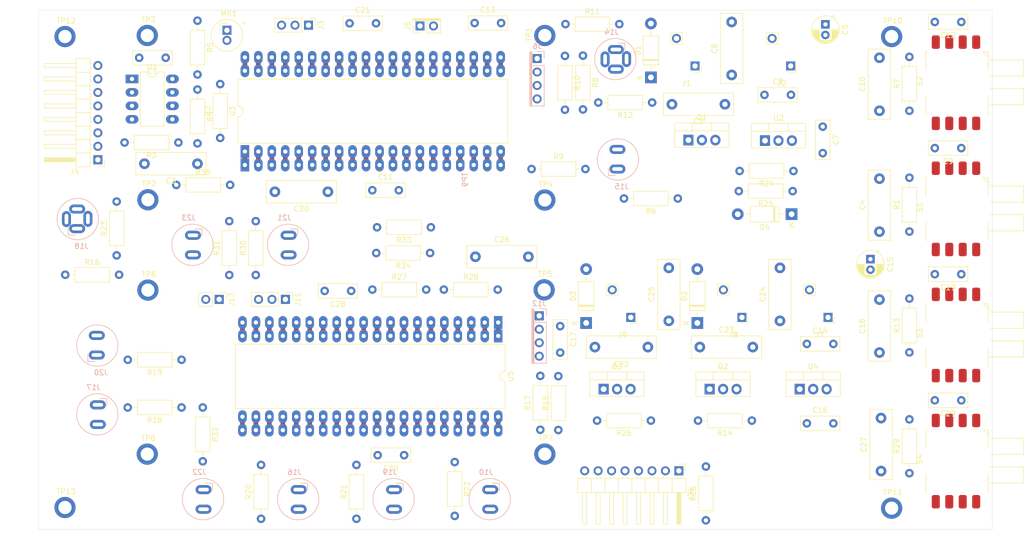
<source format=kicad_pcb>
(kicad_pcb (version 20171130) (host pcbnew "(5.1.5-0-10_14)")
  (layers (0 F.Cu signal) (31 B.Cu signal) (34 B.Paste user) (35 F.Paste user) (36 B.SilkS user) (37 F.SilkS user) (38 B.Mask user) (39 F.Mask user) (44 Edge.Cuts user))
  (net 0 "")
  (net 1 GND)
  (net 2 "Net-(C3-Pad2)")
  (net 3 "Net-(C3-Pad1)")
  (net 4 "Net-(C6-Pad2)")
  (net 5 SCL)
  (net 6 SDA)
  (net 7 "Net-(Q1-Pad1)")
  (net 8 "Net-(Q2-Pad1)")
  (net 9 "Net-(Q3-Pad1)")
  (net 10 "Net-(R1-Pad2)")
  (net 11 "Net-(R4-Pad1)")
  (net 12 "Net-(R5-Pad1)")
  (net 13 "Net-(R7-Pad2)")
  (net 14 "Net-(R13-Pad2)")
  (net 15 /Monitor/TX)
  (net 16 /Monitor/RX)
  (net 17 /Monitor/BUZZER)
  (net 18 "Net-(J11-Pad3)")
  (net 19 /Monitor/ALARM_HISTORY)
  (net 20 /Monitor/ALARM_MUTE)
  (net 21 /Monitor/ALARM_LED)
  (net 22 /Monitor/PTR2)
  (net 23 /Monitor/PTR4)
  (net 24 /Monitor/SV1)
  (net 25 /Monitor/MIC)
  (net 26 "Net-(U3-Pad26)")
  (net 27 "Net-(U3-Pad25)")
  (net 28 "Net-(U3-Pad24)")
  (net 29 "Net-(U3-Pad23)")
  (net 30 "Net-(U3-Pad22)")
  (net 31 "Net-(U3-Pad21)")
  (net 32 "Net-(U3-Pad34)")
  (net 33 "Net-(U3-Pad33)")
  (net 34 "Net-(U3-Pad19)")
  (net 35 "Net-(U3-Pad20)")
  (net 36 "Net-(U3-Pad13)")
  (net 37 "Net-(U3-Pad14)")
  (net 38 "Net-(U3-Pad10)")
  (net 39 "Net-(U3-Pad8)")
  (net 40 "Net-(U3-Pad9)")
  (net 41 "Net-(U3-Pad17)")
  (net 42 "Net-(U3-Pad18)")
  (net 43 "Net-(U5-Pad36)")
  (net 44 "Net-(U5-Pad35)")
  (net 45 "Net-(U5-Pad34)")
  (net 46 "Net-(U5-Pad33)")
  (net 47 "Net-(U5-Pad13)")
  (net 48 "Net-(U5-Pad14)")
  (net 49 "Net-(U5-Pad10)")
  (net 50 "Net-(U5-Pad7)")
  (net 51 "Net-(U5-Pad8)")
  (net 52 "Net-(U5-Pad9)")
  (net 53 "Net-(U5-Pad17)")
  (net 54 /Controller/LCD_SCL)
  (net 55 /Controller/LCD_SDA)
  (net 56 "Net-(J13-Pad1)")
  (net 57 "Net-(R16-Pad2)")
  (net 58 +5V_M)
  (net 59 +12V_M)
  (net 60 /Monitor/MEAS_12V)
  (net 61 /Monitor/ICSPCLK_M)
  (net 62 /Monitor/ICSPDAT_M)
  (net 63 /Monitor/LCD_SCL_M)
  (net 64 /Monitor/LCD_SDA_M)
  (net 65 "Net-(U3-Pad4)")
  (net 66 "Net-(J14-Pad3)")
  (net 67 +12V_C)
  (net 68 +5V_C)
  (net 69 /Controller/PR2)
  (net 70 "Net-(C24-Pad2)")
  (net 71 "Net-(C25-Pad2)")
  (net 72 "Net-(C26-Pad1)")
  (net 73 /Controller/PR3)
  (net 74 "Net-(J10-Pad1)")
  (net 75 "Net-(J11-Pad2)")
  (net 76 "Net-(J16-Pad1)")
  (net 77 "Net-(J17-Pad1)")
  (net 78 "Net-(J18-Pad3)")
  (net 79 "Net-(J18-Pad2)")
  (net 80 "Net-(J19-Pad1)")
  (net 81 "Net-(J20-Pad1)")
  (net 82 "Net-(J21-Pad1)")
  (net 83 "Net-(J22-Pad1)")
  (net 84 "Net-(J23-Pad1)")
  (net 85 /Controller/SV2)
  (net 86 /Controller/SV3)
  (net 87 "Net-(R29-Pad2)")
  (net 88 /Monitor/nMCLR_M)
  (net 89 /Controller/ICSPCLK_C)
  (net 90 /Controller/ICSPDAT_C)
  (net 91 /Controller/nMCLR_C)
  (module Ventilator:MIC (layer F.Cu) (at 62.917854 36.679383)
    (fp_text reference MK1 (at 0.35 -3.15) (layer F.SilkS))
    (fp_text value Microphone)
    (pad 2 thru_hole oval (at 0 1.9) (size 1.7 1.7) (drill 1) (layers *.Cu *.Mask) (net 3 "Net-(C3-Pad1)"))
    (pad 1 thru_hole rect (at 0 0) (size 1.7 1.7) (drill 1) (layers *.Cu *.Mask) (net 1 GND))
  )
  (module Ventilator:LCD_DRILL (layer F.Cu) (at 32.357854 126.744382)
    (fp_text reference TP13 (at 0.2 -3) (layer F.SilkS))
    (fp_text value TestPoint)
    (pad 1 thru_hole circle (at 0 0) (size 4 4) (drill 2.5) (layers *.Cu *.Mask) (net 1 GND))
  )
  (module Ventilator:LCD_DRILL (layer F.Cu) (at 32.357854 37.869383)
    (fp_text reference TP12 (at 0.2 -3) (layer F.SilkS))
    (fp_text value TestPoint)
    (pad 1 thru_hole circle (at 0 0) (size 4 4) (drill 2.5) (layers *.Cu *.Mask) (net 1 GND))
  )
  (module Ventilator:LCD_DRILL (layer F.Cu) (at 188.357854 126.869383)
    (fp_text reference TP11 (at 0.2 -3) (layer F.SilkS))
    (fp_text value TestPoint)
    (pad 1 thru_hole circle (at 0 0) (size 4 4) (drill 2.5) (layers *.Cu *.Mask) (net 1 GND))
  )
  (module Ventilator:LCD_DRILL (layer F.Cu) (at 188.357854 37.869383)
    (fp_text reference TP10 (at 0.2 -3) (layer F.SilkS))
    (fp_text value TestPoint)
    (pad 1 thru_hole circle (at 0 0) (size 4 4) (drill 2.5) (layers *.Cu *.Mask) (net 1 GND))
  )
  (module Ventilator:PushButton_LED (layer B.Cu) (at 34.657854 74.119383)
    (fp_text reference J18 (at 0.8 3.3) (layer B.SilkS) (effects (justify mirror)))
    (fp_text value BREATH)
    (pad 4 thru_hole oval (at 2.025 -1.85) (size 1.7 3) (drill oval 0.7 2) (layers *.Cu *.Mask) (net 1 GND))
    (pad 3 thru_hole oval (at -2.025 -1.8) (size 1.7 3) (drill oval 0.7 2) (layers *.Cu *.Mask) (net 78 "Net-(J18-Pad3)"))
    (pad 2 thru_hole oval (at 0 -3.7) (size 3 1.7) (drill oval 2 0.7) (layers *.Cu *.Mask) (net 79 "Net-(J18-Pad2)"))
    (pad 1 thru_hole oval (at 0 0) (size 3 1.7) (drill oval 2 0.7) (layers *.Cu *.Mask) (net 1 GND))
  )
  (module Ventilator:PushButton_LED (layer B.Cu) (at 136.307854 40.319383 180)
    (fp_text reference J14 (at 0.8 3.3) (layer B.SilkS) (effects (justify mirror)))
    (fp_text value Button_LED)
    (pad 4 thru_hole oval (at 2.025 -1.85 180) (size 1.7 3) (drill oval 0.7 2) (layers *.Cu *.Mask) (net 1 GND))
    (pad 3 thru_hole oval (at -2.025 -1.8 180) (size 1.7 3) (drill oval 0.7 2) (layers *.Cu *.Mask) (net 66 "Net-(J14-Pad3)"))
    (pad 2 thru_hole oval (at 0 -3.7 180) (size 3 1.7) (drill oval 2 0.7) (layers *.Cu *.Mask) (net 1 GND))
    (pad 1 thru_hole oval (at 0 0 180) (size 3 1.7) (drill oval 2 0.7) (layers *.Cu *.Mask) (net 20 /Monitor/ALARM_MUTE))
  )
  (module Resistor_THT:R_Axial_DIN0207_L6.3mm_D2.5mm_P10.16mm_Horizontal (layer F.Cu) (at 153.307854 129.169383 90)
    (fp_text reference R36 (at 5.08 -2.37 90) (layer F.SilkS))
    (fp_text value 10k)
    (pad 2 thru_hole oval (at 10.16 0 90) (size 1.6 1.6) (drill 0.8) (layers *.Cu *.Mask) (net 91 /Controller/nMCLR_C))
    (pad 1 thru_hole circle (at 0 0 90) (size 1.6 1.6) (drill 0.8) (layers *.Cu *.Mask) (net 68 +5V_C))
  )
  (module Resistor_THT:R_Axial_DIN0207_L6.3mm_D2.5mm_P10.16mm_Horizontal (layer F.Cu) (at 53.357854 65.869383)
    (fp_text reference R35 (at 5.08 -2.37) (layer F.SilkS))
    (fp_text value 10k)
    (pad 2 thru_hole oval (at 10.16 0) (size 1.6 1.6) (drill 0.8) (layers *.Cu *.Mask) (net 88 /Monitor/nMCLR_M))
    (pad 1 thru_hole circle (at 0 0) (size 1.6 1.6) (drill 0.8) (layers *.Cu *.Mask) (net 58 +5V_M))
  )
  (module Capacitor_THT:C_Rect_L7.2mm_W2.5mm_P5.00mm_FKS2_FKP2_MKS2_MKP2 (layer F.Cu) (at 96.357854 116.869383 180)
    (fp_text reference C30 (at 2.5 -2.5) (layer F.SilkS))
    (fp_text value "100nF - 100V")
    (pad 2 thru_hole circle (at 5 0 180) (size 1.6 1.6) (drill 0.8) (layers *.Cu *.Mask) (net 1 GND))
    (pad 1 thru_hole circle (at 0 0 180) (size 1.6 1.6) (drill 0.8) (layers *.Cu *.Mask) (net 68 +5V_C))
  )
  (module Capacitor_THT:C_Rect_L7.2mm_W2.5mm_P5.00mm_FKS2_FKP2_MKS2_MKP2 (layer F.Cu) (at 201.507854 106.519383 180)
    (fp_text reference C29 (at 2.5 -2.5) (layer F.SilkS))
    (fp_text value "100nF - 100V")
    (pad 2 thru_hole circle (at 5 0 180) (size 1.6 1.6) (drill 0.8) (layers *.Cu *.Mask) (net 1 GND))
    (pad 1 thru_hole circle (at 0 0 180) (size 1.6 1.6) (drill 0.8) (layers *.Cu *.Mask) (net 68 +5V_C))
  )
  (module Capacitor_THT:C_Rect_L7.2mm_W2.5mm_P5.00mm_FKS2_FKP2_MKS2_MKP2 (layer F.Cu) (at 86.357854 85.869383 180)
    (fp_text reference C28 (at 2.5 -2.5) (layer F.SilkS))
    (fp_text value "100nF - 100V")
    (pad 2 thru_hole circle (at 5 0 180) (size 1.6 1.6) (drill 0.8) (layers *.Cu *.Mask) (net 1 GND))
    (pad 1 thru_hole circle (at 0 0 180) (size 1.6 1.6) (drill 0.8) (layers *.Cu *.Mask) (net 68 +5V_C))
  )
  (module Capacitor_THT:C_Rect_L13.0mm_W4.0mm_P10.00mm_FKS3_FKP3_MKS4 (layer F.Cu) (at 186.357854 119.869383 90)
    (fp_text reference C27 (at 5 -3.25 90) (layer F.SilkS))
    (fp_text value 1uF)
    (pad 2 thru_hole circle (at 10 0 90) (size 2 2) (drill 1) (layers *.Cu *.Mask) (net 1 GND))
    (pad 1 thru_hole circle (at 0 0 90) (size 2 2) (drill 1) (layers *.Cu *.Mask) (net 73 /Controller/PR3))
  )
  (module Capacitor_THT:C_Rect_L13.0mm_W4.0mm_P10.00mm_FKS3_FKP3_MKS4 (layer F.Cu) (at 109.807854 79.419383)
    (fp_text reference C26 (at 5 -3.25) (layer F.SilkS))
    (fp_text value 1uF)
    (pad 2 thru_hole circle (at 10 0) (size 2 2) (drill 1) (layers *.Cu *.Mask) (net 1 GND))
    (pad 1 thru_hole circle (at 0 0) (size 2 2) (drill 1) (layers *.Cu *.Mask) (net 72 "Net-(C26-Pad1)"))
  )
  (module Capacitor_THT:C_Rect_L13.0mm_W4.0mm_P10.00mm_FKS3_FKP3_MKS4 (layer F.Cu) (at 146.307854 91.519383 90)
    (fp_text reference C25 (at 5 -3.25 90) (layer F.SilkS))
    (fp_text value 1uF)
    (pad 2 thru_hole circle (at 10 0 90) (size 2 2) (drill 1) (layers *.Cu *.Mask) (net 71 "Net-(C25-Pad2)"))
    (pad 1 thru_hole circle (at 0 0 90) (size 2 2) (drill 1) (layers *.Cu *.Mask) (net 67 +12V_C))
  )
  (module Capacitor_THT:C_Rect_L13.0mm_W4.0mm_P10.00mm_FKS3_FKP3_MKS4 (layer F.Cu) (at 167.282854 91.519383 90)
    (fp_text reference C24 (at 5 -3.25 90) (layer F.SilkS))
    (fp_text value 1uF)
    (pad 2 thru_hole circle (at 10 0 90) (size 2 2) (drill 1) (layers *.Cu *.Mask) (net 70 "Net-(C24-Pad2)"))
    (pad 1 thru_hole circle (at 0 0 90) (size 2 2) (drill 1) (layers *.Cu *.Mask) (net 67 +12V_C))
  )
  (module Capacitor_THT:C_Rect_L13.0mm_W4.0mm_P10.00mm_FKS3_FKP3_MKS4 (layer F.Cu) (at 152.157854 96.469383)
    (fp_text reference C23 (at 5 -3.25) (layer F.SilkS))
    (fp_text value 1uF)
    (pad 2 thru_hole circle (at 10 0) (size 2 2) (drill 1) (layers *.Cu *.Mask) (net 1 GND))
    (pad 1 thru_hole circle (at 0 0) (size 2 2) (drill 1) (layers *.Cu *.Mask) (net 67 +12V_C))
  )
  (module Capacitor_THT:C_Rect_L13.0mm_W4.0mm_P10.00mm_FKS3_FKP3_MKS4 (layer F.Cu) (at 142.357854 96.469383 180)
    (fp_text reference C22 (at 5 -3.25) (layer F.SilkS))
    (fp_text value 1uF)
    (pad 2 thru_hole circle (at 10 0 180) (size 2 2) (drill 1) (layers *.Cu *.Mask) (net 1 GND))
    (pad 1 thru_hole circle (at 0 0 180) (size 2 2) (drill 1) (layers *.Cu *.Mask) (net 67 +12V_C))
  )
  (module Capacitor_THT:C_Rect_L7.2mm_W2.5mm_P5.00mm_FKS2_FKP2_MKS2_MKP2 (layer F.Cu) (at 86.057854 35.369383)
    (fp_text reference C21 (at 2.5 -2.5) (layer F.SilkS))
    (fp_text value "100nF - 100V")
    (pad 2 thru_hole circle (at 5 0) (size 1.6 1.6) (drill 0.8) (layers *.Cu *.Mask) (net 1 GND))
    (pad 1 thru_hole circle (at 0 0) (size 1.6 1.6) (drill 0.8) (layers *.Cu *.Mask) (net 58 +5V_M))
  )
  (module Capacitor_THT:C_Rect_L13.0mm_W4.0mm_P10.00mm_FKS3_FKP3_MKS4 (layer F.Cu) (at 81.967854 67.159383 180)
    (fp_text reference C20 (at 5 -3.25) (layer F.SilkS))
    (fp_text value 1uF)
    (pad 2 thru_hole circle (at 10 0 180) (size 2 2) (drill 1) (layers *.Cu *.Mask) (net 1 GND))
    (pad 1 thru_hole circle (at 0 0 180) (size 2 2) (drill 1) (layers *.Cu *.Mask) (net 60 /Monitor/MEAS_12V))
  )
  (module Capacitor_THT:C_Rect_L7.2mm_W2.5mm_P5.00mm_FKS2_FKP2_MKS2_MKP2 (layer F.Cu) (at 201.507854 82.719383 180)
    (fp_text reference C19 (at 2.5 -2.5) (layer F.SilkS))
    (fp_text value "100nF - 100V")
    (pad 2 thru_hole circle (at 5 0 180) (size 1.6 1.6) (drill 0.8) (layers *.Cu *.Mask) (net 1 GND))
    (pad 1 thru_hole circle (at 0 0 180) (size 1.6 1.6) (drill 0.8) (layers *.Cu *.Mask) (net 68 +5V_C))
  )
  (module Capacitor_THT:C_Rect_L13.0mm_W4.0mm_P10.00mm_FKS3_FKP3_MKS4 (layer F.Cu) (at 186.057854 97.502715 90)
    (fp_text reference C18 (at 5 -3.25 90) (layer F.SilkS))
    (fp_text value 1uF)
    (pad 2 thru_hole circle (at 10 0 90) (size 2 2) (drill 1) (layers *.Cu *.Mask) (net 1 GND))
    (pad 1 thru_hole circle (at 0 0 90) (size 2 2) (drill 1) (layers *.Cu *.Mask) (net 69 /Controller/PR2))
  )
  (module Capacitor_THT:C_Rect_L7.2mm_W2.5mm_P5.00mm_FKS2_FKP2_MKS2_MKP2 (layer F.Cu) (at 125.807854 92.519383 270)
    (fp_text reference C17 (at 2.5 -2.5 90) (layer F.SilkS))
    (fp_text value "100nF - 100V")
    (pad 2 thru_hole circle (at 5 0 270) (size 1.6 1.6) (drill 0.8) (layers *.Cu *.Mask) (net 1 GND))
    (pad 1 thru_hole circle (at 0 0 270) (size 1.6 1.6) (drill 0.8) (layers *.Cu *.Mask) (net 68 +5V_C))
  )
  (module Capacitor_THT:C_Rect_L7.2mm_W2.5mm_P5.00mm_FKS2_FKP2_MKS2_MKP2 (layer F.Cu) (at 172.357854 110.869383)
    (fp_text reference C16 (at 2.5 -2.5) (layer F.SilkS))
    (fp_text value "100nF - 100V")
    (pad 2 thru_hole circle (at 5 0) (size 1.6 1.6) (drill 0.8) (layers *.Cu *.Mask) (net 1 GND))
    (pad 1 thru_hole circle (at 0 0) (size 1.6 1.6) (drill 0.8) (layers *.Cu *.Mask) (net 68 +5V_C))
  )
  (module Capacitor_THT:CP_Radial_D5.0mm_P2.00mm (layer F.Cu) (at 184.357854 79.869383 270)
    (fp_text reference C15 (at 1 -3.75 90) (layer F.SilkS))
    (fp_text value "4.7uF 50V")
    (pad 2 thru_hole circle (at 2 0 270) (size 1.6 1.6) (drill 0.8) (layers *.Cu *.Mask) (net 1 GND))
    (pad 1 thru_hole rect (at 0 0 270) (size 1.6 1.6) (drill 0.8) (layers *.Cu *.Mask) (net 67 +12V_C))
  )
  (module Capacitor_THT:C_Rect_L7.2mm_W2.5mm_P5.00mm_FKS2_FKP2_MKS2_MKP2 (layer F.Cu) (at 172.357854 95.869383)
    (fp_text reference C14 (at 2.5 -2.5) (layer F.SilkS))
    (fp_text value "100nF - 100V")
    (pad 2 thru_hole circle (at 5 0) (size 1.6 1.6) (drill 0.8) (layers *.Cu *.Mask) (net 1 GND))
    (pad 1 thru_hole circle (at 0 0) (size 1.6 1.6) (drill 0.8) (layers *.Cu *.Mask) (net 67 +12V_C))
  )
  (module Capacitor_THT:C_Rect_L7.2mm_W2.5mm_P5.00mm_FKS2_FKP2_MKS2_MKP2 (layer F.Cu) (at 109.657854 35.319383)
    (fp_text reference C13 (at 2.5 -2.5) (layer F.SilkS))
    (fp_text value "100nF - 100V")
    (pad 2 thru_hole circle (at 5 0) (size 1.6 1.6) (drill 0.8) (layers *.Cu *.Mask) (net 1 GND))
    (pad 1 thru_hole circle (at 0 0) (size 1.6 1.6) (drill 0.8) (layers *.Cu *.Mask) (net 58 +5V_M))
  )
  (module Capacitor_THT:C_Rect_L7.2mm_W2.5mm_P5.00mm_FKS2_FKP2_MKS2_MKP2 (layer F.Cu) (at 201.507854 35.119383 180)
    (fp_text reference C12 (at 2.5 -2.5) (layer F.SilkS))
    (fp_text value "100nF - 100V")
    (pad 2 thru_hole circle (at 5 0 180) (size 1.6 1.6) (drill 0.8) (layers *.Cu *.Mask) (net 1 GND))
    (pad 1 thru_hole circle (at 0 0 180) (size 1.6 1.6) (drill 0.8) (layers *.Cu *.Mask) (net 58 +5V_M))
  )
  (module Capacitor_THT:C_Rect_L7.2mm_W2.5mm_P5.00mm_FKS2_FKP2_MKS2_MKP2 (layer F.Cu) (at 90.357854 66.869383)
    (fp_text reference C11 (at 2.5 -2.5) (layer F.SilkS))
    (fp_text value "100nF - 100V")
    (pad 2 thru_hole circle (at 5 0) (size 1.6 1.6) (drill 0.8) (layers *.Cu *.Mask) (net 1 GND))
    (pad 1 thru_hole circle (at 0 0) (size 1.6 1.6) (drill 0.8) (layers *.Cu *.Mask) (net 58 +5V_M))
  )
  (module Capacitor_THT:C_Rect_L13.0mm_W4.0mm_P10.00mm_FKS3_FKP3_MKS4 (layer F.Cu) (at 186.057854 51.869383 90)
    (fp_text reference C10 (at 5 -3.25 90) (layer F.SilkS))
    (fp_text value 1uF)
    (pad 2 thru_hole circle (at 10 0 90) (size 2 2) (drill 1) (layers *.Cu *.Mask) (net 1 GND))
    (pad 1 thru_hole circle (at 0 0 90) (size 2 2) (drill 1) (layers *.Cu *.Mask) (net 23 /Monitor/PTR4))
  )
  (module Capacitor_THT:C_Rect_L7.2mm_W2.5mm_P5.00mm_FKS2_FKP2_MKS2_MKP2 (layer F.Cu) (at 201.507854 58.919383 180)
    (fp_text reference C9 (at 2.5 -2.5) (layer F.SilkS))
    (fp_text value "100nF - 100V")
    (pad 2 thru_hole circle (at 5 0 180) (size 1.6 1.6) (drill 0.8) (layers *.Cu *.Mask) (net 1 GND))
    (pad 1 thru_hole circle (at 0 0 180) (size 1.6 1.6) (drill 0.8) (layers *.Cu *.Mask) (net 58 +5V_M))
  )
  (module Capacitor_THT:C_Rect_L7.2mm_W2.5mm_P5.00mm_FKS2_FKP2_MKS2_MKP2 (layer F.Cu) (at 164.357854 48.869383)
    (fp_text reference C8 (at 2.5 -2.5) (layer F.SilkS))
    (fp_text value "100nF - 100V")
    (pad 2 thru_hole circle (at 5 0) (size 1.6 1.6) (drill 0.8) (layers *.Cu *.Mask) (net 1 GND))
    (pad 1 thru_hole circle (at 0 0) (size 1.6 1.6) (drill 0.8) (layers *.Cu *.Mask) (net 59 +12V_M))
  )
  (module Capacitor_THT:C_Rect_L7.2mm_W2.5mm_P5.00mm_FKS2_FKP2_MKS2_MKP2 (layer F.Cu) (at 175.357854 54.869383 270)
    (fp_text reference C7 (at 2.5 -2.5 90) (layer F.SilkS))
    (fp_text value "100nF - 100V")
    (pad 2 thru_hole circle (at 5 0 270) (size 1.6 1.6) (drill 0.8) (layers *.Cu *.Mask) (net 1 GND))
    (pad 1 thru_hole circle (at 0 0 270) (size 1.6 1.6) (drill 0.8) (layers *.Cu *.Mask) (net 58 +5V_M))
  )
  (module Capacitor_THT:C_Rect_L13.0mm_W4.0mm_P10.00mm_FKS3_FKP3_MKS4 (layer F.Cu) (at 158.167854 45.119383 90)
    (fp_text reference C6 (at 5 -3.25 90) (layer F.SilkS))
    (fp_text value 1uF)
    (pad 2 thru_hole circle (at 10 0 90) (size 2 2) (drill 1) (layers *.Cu *.Mask) (net 4 "Net-(C6-Pad2)"))
    (pad 1 thru_hole circle (at 0 0 90) (size 2 2) (drill 1) (layers *.Cu *.Mask) (net 59 +12V_M))
  )
  (module Capacitor_THT:CP_Radial_D5.0mm_P2.00mm (layer F.Cu) (at 175.857854 35.569383 270)
    (fp_text reference C5 (at 1 -3.75 90) (layer F.SilkS))
    (fp_text value "4.7uF 50V")
    (pad 2 thru_hole circle (at 2 0 270) (size 1.6 1.6) (drill 0.8) (layers *.Cu *.Mask) (net 1 GND))
    (pad 1 thru_hole rect (at 0 0 270) (size 1.6 1.6) (drill 0.8) (layers *.Cu *.Mask) (net 59 +12V_M))
  )
  (module Capacitor_THT:C_Rect_L13.0mm_W4.0mm_P10.00mm_FKS3_FKP3_MKS4 (layer F.Cu) (at 186.057854 74.686049 90)
    (fp_text reference C4 (at 5 -3.25 90) (layer F.SilkS))
    (fp_text value 1uF)
    (pad 2 thru_hole circle (at 10 0 90) (size 2 2) (drill 1) (layers *.Cu *.Mask) (net 1 GND))
    (pad 1 thru_hole circle (at 0 0 90) (size 2 2) (drill 1) (layers *.Cu *.Mask) (net 22 /Monitor/PTR2))
  )
  (module Capacitor_THT:C_Rect_L13.0mm_W4.0mm_P10.00mm_FKS3_FKP3_MKS4 (layer F.Cu) (at 57.357854 61.869383 180)
    (fp_text reference C3 (at 5 -3.25) (layer F.SilkS))
    (fp_text value 1uF)
    (pad 2 thru_hole circle (at 10 0 180) (size 2 2) (drill 1) (layers *.Cu *.Mask) (net 2 "Net-(C3-Pad2)"))
    (pad 1 thru_hole circle (at 0 0 180) (size 2 2) (drill 1) (layers *.Cu *.Mask) (net 3 "Net-(C3-Pad1)"))
  )
  (module Capacitor_THT:C_Rect_L13.0mm_W4.0mm_P10.00mm_FKS3_FKP3_MKS4 (layer F.Cu) (at 156.897854 50.649383 180)
    (fp_text reference C2 (at 5 -3.25) (layer F.SilkS))
    (fp_text value 1uF)
    (pad 2 thru_hole circle (at 10 0 180) (size 2 2) (drill 1) (layers *.Cu *.Mask) (net 1 GND))
    (pad 1 thru_hole circle (at 0 0 180) (size 2 2) (drill 1) (layers *.Cu *.Mask) (net 59 +12V_M))
  )
  (module Capacitor_THT:C_Rect_L7.2mm_W2.5mm_P5.00mm_FKS2_FKP2_MKS2_MKP2 (layer F.Cu) (at 51.357854 41.869383 180)
    (fp_text reference C1 (at 2.5 -2.5) (layer F.SilkS))
    (fp_text value "100nF - 100V")
    (pad 2 thru_hole circle (at 5 0 180) (size 1.6 1.6) (drill 0.8) (layers *.Cu *.Mask) (net 1 GND))
    (pad 1 thru_hole circle (at 0 0 180) (size 1.6 1.6) (drill 0.8) (layers *.Cu *.Mask) (net 58 +5V_M))
  )
  (module Ventilator:pcb (layer B.Cu) (at 107.357854 64.869383 270)
    (fp_text reference TP9 (at 0 -0.5 270) (layer B.SilkS) (effects (justify mirror)))
    (fp_text value TestPoint_Alt)
  )
  (module Ventilator:EXPRESS-40_DIP_40 (layer F.Cu) (at 114.107854 94.369383 270)
    (fp_text reference U5 (at 7.62 -2.33 90) (layer F.SilkS))
    (fp_text value XPRESS-40)
    (fp_poly (pts (xy 17.145 0.381) (xy 15.875 0.381) (xy 15.875 -0.381) (xy 17.145 -0.381)) (layer F.Cu) (width 0.1))
    (fp_poly (pts (xy 17.145 2.921) (xy 15.875 2.921) (xy 15.875 2.159) (xy 17.145 2.159)) (layer F.Cu) (width 0.1))
    (fp_poly (pts (xy 17.145 5.461) (xy 15.875 5.461) (xy 15.875 4.699) (xy 17.145 4.699)) (layer F.Cu) (width 0.1))
    (fp_poly (pts (xy 17.145 8.001) (xy 15.875 8.001) (xy 15.875 7.239) (xy 17.145 7.239)) (layer F.Cu) (width 0.1))
    (fp_poly (pts (xy 17.145 18.161) (xy 15.875 18.161) (xy 15.875 17.399) (xy 17.145 17.399)) (layer F.Cu) (width 0.1))
    (fp_poly (pts (xy 17.145 15.621) (xy 15.875 15.621) (xy 15.875 14.859) (xy 17.145 14.859)) (layer F.Cu) (width 0.1))
    (fp_poly (pts (xy 17.145 13.081) (xy 15.875 13.081) (xy 15.875 12.319) (xy 17.145 12.319)) (layer F.Cu) (width 0.1))
    (fp_poly (pts (xy 17.145 10.541) (xy 15.875 10.541) (xy 15.875 9.779) (xy 17.145 9.779)) (layer F.Cu) (width 0.1))
    (fp_poly (pts (xy 17.145 30.861) (xy 15.875 30.861) (xy 15.875 30.099) (xy 17.145 30.099)) (layer F.Cu) (width 0.1))
    (fp_poly (pts (xy 17.145 28.321) (xy 15.875 28.321) (xy 15.875 27.559) (xy 17.145 27.559)) (layer F.Cu) (width 0.1))
    (fp_poly (pts (xy 17.145 20.701) (xy 15.875 20.701) (xy 15.875 19.939) (xy 17.145 19.939)) (layer F.Cu) (width 0.1))
    (fp_poly (pts (xy 17.145 23.241) (xy 15.875 23.241) (xy 15.875 22.479) (xy 17.145 22.479)) (layer F.Cu) (width 0.1))
    (fp_poly (pts (xy 17.145 25.781) (xy 15.875 25.781) (xy 15.875 25.019) (xy 17.145 25.019)) (layer F.Cu) (width 0.1))
    (fp_poly (pts (xy 17.145 38.481) (xy 15.875 38.481) (xy 15.875 37.719) (xy 17.145 37.719)) (layer F.Cu) (width 0.1))
    (fp_poly (pts (xy 17.145 35.941) (xy 15.875 35.941) (xy 15.875 35.179) (xy 17.145 35.179)) (layer F.Cu) (width 0.1))
    (fp_poly (pts (xy 17.145 33.401) (xy 15.875 33.401) (xy 15.875 32.639) (xy 17.145 32.639)) (layer F.Cu) (width 0.1))
    (fp_poly (pts (xy 17.145 41.021) (xy 15.875 41.021) (xy 15.875 40.259) (xy 17.145 40.259)) (layer F.Cu) (width 0.1))
    (fp_poly (pts (xy 17.145 43.561) (xy 15.875 43.561) (xy 15.875 42.799) (xy 17.145 42.799)) (layer F.Cu) (width 0.1))
    (fp_poly (pts (xy 17.145 46.101) (xy 15.875 46.101) (xy 15.875 45.339) (xy 17.145 45.339)) (layer F.Cu) (width 0.1))
    (fp_poly (pts (xy 17.145 48.641) (xy 15.875 48.641) (xy 15.875 47.879) (xy 17.145 47.879)) (layer F.Cu) (width 0.1))
    (fp_poly (pts (xy -0.635 48.641) (xy -1.905 48.641) (xy -1.905 47.879) (xy -0.635 47.879)) (layer F.Cu) (width 0.1))
    (fp_poly (pts (xy -0.635 46.101) (xy -1.905 46.101) (xy -1.905 45.339) (xy -0.635 45.339)) (layer F.Cu) (width 0.1))
    (fp_poly (pts (xy -0.635 43.561) (xy -1.905 43.561) (xy -1.905 42.799) (xy -0.635 42.799)) (layer F.Cu) (width 0.1))
    (fp_poly (pts (xy -0.635 41.021) (xy -1.905 41.021) (xy -1.905 40.259) (xy -0.635 40.259)) (layer F.Cu) (width 0.1))
    (fp_poly (pts (xy -0.635 33.401) (xy -1.905 33.401) (xy -1.905 32.639) (xy -0.635 32.639)) (layer F.Cu) (width 0.1))
    (fp_poly (pts (xy -0.635 35.941) (xy -1.905 35.941) (xy -1.905 35.179) (xy -0.635 35.179)) (layer F.Cu) (width 0.1))
    (fp_poly (pts (xy -0.635 38.481) (xy -1.905 38.481) (xy -1.905 37.719) (xy -0.635 37.719)) (layer F.Cu) (width 0.1))
    (fp_poly (pts (xy -0.635 30.861) (xy -1.905 30.861) (xy -1.905 30.099) (xy -0.635 30.099)) (layer F.Cu) (width 0.1))
    (fp_poly (pts (xy -0.635 28.321) (xy -1.905 28.321) (xy -1.905 27.559) (xy -0.635 27.559)) (layer F.Cu) (width 0.1))
    (fp_poly (pts (xy -0.635 25.781) (xy -1.905 25.781) (xy -1.905 25.019) (xy -0.635 25.019)) (layer F.Cu) (width 0.1))
    (fp_poly (pts (xy -0.635 23.241) (xy -1.905 23.241) (xy -1.905 22.479) (xy -0.635 22.479)) (layer F.Cu) (width 0.1))
    (fp_poly (pts (xy -0.635 20.701) (xy -1.905 20.701) (xy -1.905 19.939) (xy -0.635 19.939)) (layer F.Cu) (width 0.1))
    (fp_poly (pts (xy -0.635 18.161) (xy -1.905 18.161) (xy -1.905 17.399) (xy -0.635 17.399)) (layer F.Cu) (width 0.1))
    (fp_poly (pts (xy -0.635 15.621) (xy -1.905 15.621) (xy -1.905 14.859) (xy -0.635 14.859)) (layer F.Cu) (width 0.1))
    (fp_poly (pts (xy -0.635 13.081) (xy -1.905 13.081) (xy -1.905 12.319) (xy -0.635 12.319)) (layer F.Cu) (width 0.1))
    (fp_poly (pts (xy -0.635 10.541) (xy -1.905 10.541) (xy -1.905 9.779) (xy -0.635 9.779)) (layer F.Cu) (width 0.1))
    (fp_poly (pts (xy -0.635 8.001) (xy -1.905 8.001) (xy -1.905 7.239) (xy -0.635 7.239)) (layer F.Cu) (width 0.1))
    (fp_poly (pts (xy -0.635 5.461) (xy -1.905 5.461) (xy -1.905 4.699) (xy -0.635 4.699)) (layer F.Cu) (width 0.1))
    (fp_poly (pts (xy -0.635 0.381) (xy -1.905 0.381) (xy -1.905 -0.381) (xy -0.635 -0.381)) (layer F.Cu) (width 0.1))
    (fp_poly (pts (xy -0.635 2.921) (xy -1.905 2.921) (xy -1.905 2.159) (xy -0.635 2.159)) (layer F.Cu) (width 0.1))
    (pad 26 thru_hole oval (at 17.78 35.56 270) (size 2.4 1.6) (drill 0.8) (layers *.Cu *.Mask) (net 82 "Net-(J21-Pad1)"))
    (pad 25 thru_hole oval (at 17.78 38.1 270) (size 2.4 1.6) (drill 0.8) (layers *.Cu *.Mask) (net 84 "Net-(J23-Pad1)"))
    (pad 24 thru_hole oval (at 17.78 40.64 270) (size 2.4 1.6) (drill 0.8) (layers *.Cu *.Mask) (net 83 "Net-(J22-Pad1)"))
    (pad 23 thru_hole oval (at 17.78 43.18 270) (size 2.4 1.6) (drill 0.8) (layers *.Cu *.Mask) (net 6 SDA))
    (pad 22 thru_hole oval (at 17.78 45.72 270) (size 2.4 1.6) (drill 0.8) (layers *.Cu *.Mask) (net 76 "Net-(J16-Pad1)"))
    (pad 21 thru_hole oval (at 17.78 48.26 270) (size 2.4 1.6) (drill 0.8) (layers *.Cu *.Mask) (net 81 "Net-(J20-Pad1)"))
    (pad 31 thru_hole oval (at 17.78 22.86 270) (size 2.4 1.6) (drill 0.8) (layers *.Cu *.Mask) (net 1 GND))
    (pad 30 thru_hole oval (at 17.78 25.4 270) (size 2.4 1.6) (drill 0.8) (layers *.Cu *.Mask) (net 57 "Net-(R16-Pad2)"))
    (pad 29 thru_hole oval (at 17.78 27.94 270) (size 2.4 1.6) (drill 0.8) (layers *.Cu *.Mask) (net 79 "Net-(J18-Pad2)"))
    (pad 28 thru_hole oval (at 17.78 30.48 270) (size 2.4 1.6) (drill 0.8) (layers *.Cu *.Mask) (net 74 "Net-(J10-Pad1)"))
    (pad 27 thru_hole oval (at 17.78 33.02 270) (size 2.4 1.6) (drill 0.8) (layers *.Cu *.Mask) (net 80 "Net-(J19-Pad1)"))
    (pad 39 thru_hole oval (at 17.78 2.54 270) (size 2.4 1.6) (drill 0.8) (layers *.Cu *.Mask) (net 89 /Controller/ICSPCLK_C))
    (pad 38 thru_hole oval (at 17.78 5.08 270) (size 2.4 1.6) (drill 0.8) (layers *.Cu *.Mask) (net 54 /Controller/LCD_SCL))
    (pad 37 thru_hole oval (at 17.78 7.62 270) (size 2.4 1.6) (drill 0.8) (layers *.Cu *.Mask) (net 55 /Controller/LCD_SDA))
    (pad 36 thru_hole oval (at 17.78 10.16 270) (size 2.4 1.6) (drill 0.8) (layers *.Cu *.Mask) (net 43 "Net-(U5-Pad36)"))
    (pad 35 thru_hole oval (at 17.78 12.7 270) (size 2.4 1.6) (drill 0.8) (layers *.Cu *.Mask) (net 44 "Net-(U5-Pad35)"))
    (pad 34 thru_hole oval (at 17.78 15.24 270) (size 2.4 1.6) (drill 0.8) (layers *.Cu *.Mask) (net 45 "Net-(U5-Pad34)"))
    (pad 33 thru_hole oval (at 17.78 17.78 270) (size 2.4 1.6) (drill 0.8) (layers *.Cu *.Mask) (net 46 "Net-(U5-Pad33)"))
    (pad 32 thru_hole oval (at 17.78 20.32 270) (size 2.4 1.6) (drill 0.8) (layers *.Cu *.Mask) (net 68 +5V_C))
    (pad 40 thru_hole oval (at 17.78 0 270) (size 2.4 1.6) (drill 0.8) (layers *.Cu *.Mask) (net 90 /Controller/ICSPDAT_C))
    (pad 19 thru_hole oval (at -2.54 45.72 270) (size 2.4 1.6) (drill 0.8) (layers *.Cu *.Mask) (net 56 "Net-(J13-Pad1)"))
    (pad 20 thru_hole oval (at -2.54 48.26 270) (size 2.4 1.6) (drill 0.8) (layers *.Cu *.Mask) (net 77 "Net-(J17-Pad1)"))
    (pad 5 thru_hole oval (at -2.54 10.16 270) (size 2.4 1.6) (drill 0.8) (layers *.Cu *.Mask) (net 73 /Controller/PR3))
    (pad 13 thru_hole oval (at -2.54 30.48 270) (size 2.4 1.6) (drill 0.8) (layers *.Cu *.Mask) (net 47 "Net-(U5-Pad13)"))
    (pad 1 thru_hole rect (at -2.54 0 270) (size 2.4 1.6) (drill 0.8) (layers *.Cu *.Mask) (net 91 /Controller/nMCLR_C))
    (pad 14 thru_hole oval (at -2.54 33.02 270) (size 2.4 1.6) (drill 0.8) (layers *.Cu *.Mask) (net 48 "Net-(U5-Pad14)"))
    (pad 12 thru_hole oval (at -2.54 27.94 270) (size 2.4 1.6) (drill 0.8) (layers *.Cu *.Mask) (net 1 GND))
    (pad 10 thru_hole oval (at -2.54 22.86 270) (size 2.4 1.6) (drill 0.8) (layers *.Cu *.Mask) (net 49 "Net-(U5-Pad10)"))
    (pad 7 thru_hole oval (at -2.54 15.24 270) (size 2.4 1.6) (drill 0.8) (layers *.Cu *.Mask) (net 50 "Net-(U5-Pad7)"))
    (pad 8 thru_hole oval (at -2.54 17.78 270) (size 2.4 1.6) (drill 0.8) (layers *.Cu *.Mask) (net 51 "Net-(U5-Pad8)"))
    (pad 9 thru_hole oval (at -2.54 20.32 270) (size 2.4 1.6) (drill 0.8) (layers *.Cu *.Mask) (net 52 "Net-(U5-Pad9)"))
    (pad 6 thru_hole oval (at -2.54 12.7 270) (size 2.4 1.6) (drill 0.8) (layers *.Cu *.Mask) (net 72 "Net-(C26-Pad1)"))
    (pad 3 thru_hole oval (at -2.54 5.08 270) (size 2.4 1.6) (drill 0.8) (layers *.Cu *.Mask) (net 85 /Controller/SV2))
    (pad 4 thru_hole oval (at -2.54 7.62 270) (size 2.4 1.6) (drill 0.8) (layers *.Cu *.Mask) (net 86 /Controller/SV3))
    (pad 2 thru_hole oval (at -2.54 2.54 270) (size 2.4 1.6) (drill 0.8) (layers *.Cu *.Mask) (net 69 /Controller/PR2))
    (pad 16 thru_hole oval (at -2.54 38.1 270) (size 2.4 1.6) (drill 0.8) (layers *.Cu *.Mask) (net 18 "Net-(J11-Pad3)"))
    (pad 15 thru_hole oval (at -2.54 35.56 270) (size 2.4 1.6) (drill 0.8) (layers *.Cu *.Mask) (net 75 "Net-(J11-Pad2)"))
    (pad 17 thru_hole oval (at -2.54 40.64 270) (size 2.4 1.6) (drill 0.8) (layers *.Cu *.Mask) (net 53 "Net-(U5-Pad17)"))
    (pad 18 thru_hole oval (at -2.54 43.18 270) (size 2.4 1.6) (drill 0.8) (layers *.Cu *.Mask) (net 5 SCL))
    (pad 11 thru_hole oval (at -2.54 25.4 270) (size 2.4 1.6) (drill 0.8) (layers *.Cu *.Mask) (net 68 +5V_C))
    (pad 1 thru_hole rect (at 0 0 270) (size 2.4 1.6) (drill 0.8) (layers *.Cu *.Mask) (net 91 /Controller/nMCLR_C))
    (pad 21 thru_hole oval (at 15.24 48.26 270) (size 2.4 1.6) (drill 0.8) (layers *.Cu *.Mask) (net 81 "Net-(J20-Pad1)"))
    (pad 2 thru_hole oval (at 0 2.54 270) (size 2.4 1.6) (drill 0.8) (layers *.Cu *.Mask) (net 69 /Controller/PR2))
    (pad 22 thru_hole oval (at 15.24 45.72 270) (size 2.4 1.6) (drill 0.8) (layers *.Cu *.Mask) (net 76 "Net-(J16-Pad1)"))
    (pad 3 thru_hole oval (at 0 5.08 270) (size 2.4 1.6) (drill 0.8) (layers *.Cu *.Mask) (net 85 /Controller/SV2))
    (pad 23 thru_hole oval (at 15.24 43.18 270) (size 2.4 1.6) (drill 0.8) (layers *.Cu *.Mask) (net 6 SDA))
    (pad 4 thru_hole oval (at 0 7.62 270) (size 2.4 1.6) (drill 0.8) (layers *.Cu *.Mask) (net 86 /Controller/SV3))
    (pad 24 thru_hole oval (at 15.24 40.64 270) (size 2.4 1.6) (drill 0.8) (layers *.Cu *.Mask) (net 83 "Net-(J22-Pad1)"))
    (pad 5 thru_hole oval (at 0 10.16 270) (size 2.4 1.6) (drill 0.8) (layers *.Cu *.Mask) (net 73 /Controller/PR3))
    (pad 25 thru_hole oval (at 15.24 38.1 270) (size 2.4 1.6) (drill 0.8) (layers *.Cu *.Mask) (net 84 "Net-(J23-Pad1)"))
    (pad 6 thru_hole oval (at 0 12.7 270) (size 2.4 1.6) (drill 0.8) (layers *.Cu *.Mask) (net 72 "Net-(C26-Pad1)"))
    (pad 26 thru_hole oval (at 15.24 35.56 270) (size 2.4 1.6) (drill 0.8) (layers *.Cu *.Mask) (net 82 "Net-(J21-Pad1)"))
    (pad 7 thru_hole oval (at 0 15.24 270) (size 2.4 1.6) (drill 0.8) (layers *.Cu *.Mask) (net 50 "Net-(U5-Pad7)"))
    (pad 27 thru_hole oval (at 15.24 33.02 270) (size 2.4 1.6) (drill 0.8) (layers *.Cu *.Mask) (net 80 "Net-(J19-Pad1)"))
    (pad 8 thru_hole oval (at 0 17.78 270) (size 2.4 1.6) (drill 0.8) (layers *.Cu *.Mask) (net 51 "Net-(U5-Pad8)"))
    (pad 28 thru_hole oval (at 15.24 30.48 270) (size 2.4 1.6) (drill 0.8) (layers *.Cu *.Mask) (net 74 "Net-(J10-Pad1)"))
    (pad 9 thru_hole oval (at 0 20.32 270) (size 2.4 1.6) (drill 0.8) (layers *.Cu *.Mask) (net 52 "Net-(U5-Pad9)"))
    (pad 29 thru_hole oval (at 15.24 27.94 270) (size 2.4 1.6) (drill 0.8) (layers *.Cu *.Mask) (net 79 "Net-(J18-Pad2)"))
    (pad 10 thru_hole oval (at 0 22.86 270) (size 2.4 1.6) (drill 0.8) (layers *.Cu *.Mask) (net 49 "Net-(U5-Pad10)"))
    (pad 30 thru_hole oval (at 15.24 25.4 270) (size 2.4 1.6) (drill 0.8) (layers *.Cu *.Mask) (net 57 "Net-(R16-Pad2)"))
    (pad 11 thru_hole oval (at 0 25.4 270) (size 2.4 1.6) (drill 0.8) (layers *.Cu *.Mask) (net 68 +5V_C))
    (pad 31 thru_hole oval (at 15.24 22.86 270) (size 2.4 1.6) (drill 0.8) (layers *.Cu *.Mask) (net 1 GND))
    (pad 12 thru_hole oval (at 0 27.94 270) (size 2.4 1.6) (drill 0.8) (layers *.Cu *.Mask) (net 1 GND))
    (pad 32 thru_hole oval (at 15.24 20.32 270) (size 2.4 1.6) (drill 0.8) (layers *.Cu *.Mask) (net 68 +5V_C))
    (pad 13 thru_hole oval (at 0 30.48 270) (size 2.4 1.6) (drill 0.8) (layers *.Cu *.Mask) (net 47 "Net-(U5-Pad13)"))
    (pad 33 thru_hole oval (at 15.24 17.78 270) (size 2.4 1.6) (drill 0.8) (layers *.Cu *.Mask) (net 46 "Net-(U5-Pad33)"))
    (pad 14 thru_hole oval (at 0 33.02 270) (size 2.4 1.6) (drill 0.8) (layers *.Cu *.Mask) (net 48 "Net-(U5-Pad14)"))
    (pad 34 thru_hole oval (at 15.24 15.24 270) (size 2.4 1.6) (drill 0.8) (layers *.Cu *.Mask) (net 45 "Net-(U5-Pad34)"))
    (pad 15 thru_hole oval (at 0 35.56 270) (size 2.4 1.6) (drill 0.8) (layers *.Cu *.Mask) (net 75 "Net-(J11-Pad2)"))
    (pad 35 thru_hole oval (at 15.24 12.7 270) (size 2.4 1.6) (drill 0.8) (layers *.Cu *.Mask) (net 44 "Net-(U5-Pad35)"))
    (pad 16 thru_hole oval (at 0 38.1 270) (size 2.4 1.6) (drill 0.8) (layers *.Cu *.Mask) (net 18 "Net-(J11-Pad3)"))
    (pad 36 thru_hole oval (at 15.24 10.16 270) (size 2.4 1.6) (drill 0.8) (layers *.Cu *.Mask) (net 43 "Net-(U5-Pad36)"))
    (pad 17 thru_hole oval (at 0 40.64 270) (size 2.4 1.6) (drill 0.8) (layers *.Cu *.Mask) (net 53 "Net-(U5-Pad17)"))
    (pad 37 thru_hole oval (at 15.24 7.62 270) (size 2.4 1.6) (drill 0.8) (layers *.Cu *.Mask) (net 55 /Controller/LCD_SDA))
    (pad 18 thru_hole oval (at 0 43.18 270) (size 2.4 1.6) (drill 0.8) (layers *.Cu *.Mask) (net 5 SCL))
    (pad 38 thru_hole oval (at 15.24 5.08 270) (size 2.4 1.6) (drill 0.8) (layers *.Cu *.Mask) (net 54 /Controller/LCD_SCL))
    (pad 19 thru_hole oval (at 0 45.72 270) (size 2.4 1.6) (drill 0.8) (layers *.Cu *.Mask) (net 56 "Net-(J13-Pad1)"))
    (pad 39 thru_hole oval (at 15.24 2.54 270) (size 2.4 1.6) (drill 0.8) (layers *.Cu *.Mask) (net 89 /Controller/ICSPCLK_C))
    (pad 20 thru_hole oval (at 0 48.26 270) (size 2.4 1.6) (drill 0.8) (layers *.Cu *.Mask) (net 77 "Net-(J17-Pad1)"))
    (pad 40 thru_hole oval (at 15.24 0 270) (size 2.4 1.6) (drill 0.8) (layers *.Cu *.Mask) (net 90 /Controller/ICSPDAT_C))
  )
  (module Package_TO_SOT_THT:TO-220-3_Vertical (layer F.Cu) (at 171.007854 104.409383)
    (fp_text reference U4 (at 2.54 -4.27) (layer F.SilkS))
    (fp_text value LM7805_TO220)
    (pad 3 thru_hole oval (at 5.08 0) (size 1.905 2) (drill 1.1) (layers *.Cu *.Mask) (net 68 +5V_C))
    (pad 2 thru_hole oval (at 2.54 0) (size 1.905 2) (drill 1.1) (layers *.Cu *.Mask) (net 1 GND))
    (pad 1 thru_hole rect (at 0 0) (size 1.905 2) (drill 1.1) (layers *.Cu *.Mask) (net 67 +12V_C))
  )
  (module Ventilator:EXPRESS-40_DIP_40 (layer F.Cu) (at 66.307854 59.569383 90)
    (fp_text reference U3 (at 7.62 -2.33 90) (layer F.SilkS))
    (fp_text value XPRESS-40)
    (fp_poly (pts (xy 17.145 0.381) (xy 15.875 0.381) (xy 15.875 -0.381) (xy 17.145 -0.381)) (layer F.Cu) (width 0.1))
    (fp_poly (pts (xy 17.145 2.921) (xy 15.875 2.921) (xy 15.875 2.159) (xy 17.145 2.159)) (layer F.Cu) (width 0.1))
    (fp_poly (pts (xy 17.145 5.461) (xy 15.875 5.461) (xy 15.875 4.699) (xy 17.145 4.699)) (layer F.Cu) (width 0.1))
    (fp_poly (pts (xy 17.145 8.001) (xy 15.875 8.001) (xy 15.875 7.239) (xy 17.145 7.239)) (layer F.Cu) (width 0.1))
    (fp_poly (pts (xy 17.145 18.161) (xy 15.875 18.161) (xy 15.875 17.399) (xy 17.145 17.399)) (layer F.Cu) (width 0.1))
    (fp_poly (pts (xy 17.145 15.621) (xy 15.875 15.621) (xy 15.875 14.859) (xy 17.145 14.859)) (layer F.Cu) (width 0.1))
    (fp_poly (pts (xy 17.145 13.081) (xy 15.875 13.081) (xy 15.875 12.319) (xy 17.145 12.319)) (layer F.Cu) (width 0.1))
    (fp_poly (pts (xy 17.145 10.541) (xy 15.875 10.541) (xy 15.875 9.779) (xy 17.145 9.779)) (layer F.Cu) (width 0.1))
    (fp_poly (pts (xy 17.145 30.861) (xy 15.875 30.861) (xy 15.875 30.099) (xy 17.145 30.099)) (layer F.Cu) (width 0.1))
    (fp_poly (pts (xy 17.145 28.321) (xy 15.875 28.321) (xy 15.875 27.559) (xy 17.145 27.559)) (layer F.Cu) (width 0.1))
    (fp_poly (pts (xy 17.145 20.701) (xy 15.875 20.701) (xy 15.875 19.939) (xy 17.145 19.939)) (layer F.Cu) (width 0.1))
    (fp_poly (pts (xy 17.145 23.241) (xy 15.875 23.241) (xy 15.875 22.479) (xy 17.145 22.479)) (layer F.Cu) (width 0.1))
    (fp_poly (pts (xy 17.145 25.781) (xy 15.875 25.781) (xy 15.875 25.019) (xy 17.145 25.019)) (layer F.Cu) (width 0.1))
    (fp_poly (pts (xy 17.145 38.481) (xy 15.875 38.481) (xy 15.875 37.719) (xy 17.145 37.719)) (layer F.Cu) (width 0.1))
    (fp_poly (pts (xy 17.145 35.941) (xy 15.875 35.941) (xy 15.875 35.179) (xy 17.145 35.179)) (layer F.Cu) (width 0.1))
    (fp_poly (pts (xy 17.145 33.401) (xy 15.875 33.401) (xy 15.875 32.639) (xy 17.145 32.639)) (layer F.Cu) (width 0.1))
    (fp_poly (pts (xy 17.145 41.021) (xy 15.875 41.021) (xy 15.875 40.259) (xy 17.145 40.259)) (layer F.Cu) (width 0.1))
    (fp_poly (pts (xy 17.145 43.561) (xy 15.875 43.561) (xy 15.875 42.799) (xy 17.145 42.799)) (layer F.Cu) (width 0.1))
    (fp_poly (pts (xy 17.145 46.101) (xy 15.875 46.101) (xy 15.875 45.339) (xy 17.145 45.339)) (layer F.Cu) (width 0.1))
    (fp_poly (pts (xy 17.145 48.641) (xy 15.875 48.641) (xy 15.875 47.879) (xy 17.145 47.879)) (layer F.Cu) (width 0.1))
    (fp_poly (pts (xy -0.635 48.641) (xy -1.905 48.641) (xy -1.905 47.879) (xy -0.635 47.879)) (layer F.Cu) (width 0.1))
    (fp_poly (pts (xy -0.635 46.101) (xy -1.905 46.101) (xy -1.905 45.339) (xy -0.635 45.339)) (layer F.Cu) (width 0.1))
    (fp_poly (pts (xy -0.635 43.561) (xy -1.905 43.561) (xy -1.905 42.799) (xy -0.635 42.799)) (layer F.Cu) (width 0.1))
    (fp_poly (pts (xy -0.635 41.021) (xy -1.905 41.021) (xy -1.905 40.259) (xy -0.635 40.259)) (layer F.Cu) (width 0.1))
    (fp_poly (pts (xy -0.635 33.401) (xy -1.905 33.401) (xy -1.905 32.639) (xy -0.635 32.639)) (layer F.Cu) (width 0.1))
    (fp_poly (pts (xy -0.635 35.941) (xy -1.905 35.941) (xy -1.905 35.179) (xy -0.635 35.179)) (layer F.Cu) (width 0.1))
    (fp_poly (pts (xy -0.635 38.481) (xy -1.905 38.481) (xy -1.905 37.719) (xy -0.635 37.719)) (layer F.Cu) (width 0.1))
    (fp_poly (pts (xy -0.635 30.861) (xy -1.905 30.861) (xy -1.905 30.099) (xy -0.635 30.099)) (layer F.Cu) (width 0.1))
    (fp_poly (pts (xy -0.635 28.321) (xy -1.905 28.321) (xy -1.905 27.559) (xy -0.635 27.559)) (layer F.Cu) (width 0.1))
    (fp_poly (pts (xy -0.635 25.781) (xy -1.905 25.781) (xy -1.905 25.019) (xy -0.635 25.019)) (layer F.Cu) (width 0.1))
    (fp_poly (pts (xy -0.635 23.241) (xy -1.905 23.241) (xy -1.905 22.479) (xy -0.635 22.479)) (layer F.Cu) (width 0.1))
    (fp_poly (pts (xy -0.635 20.701) (xy -1.905 20.701) (xy -1.905 19.939) (xy -0.635 19.939)) (layer F.Cu) (width 0.1))
    (fp_poly (pts (xy -0.635 18.161) (xy -1.905 18.161) (xy -1.905 17.399) (xy -0.635 17.399)) (layer F.Cu) (width 0.1))
    (fp_poly (pts (xy -0.635 15.621) (xy -1.905 15.621) (xy -1.905 14.859) (xy -0.635 14.859)) (layer F.Cu) (width 0.1))
    (fp_poly (pts (xy -0.635 13.081) (xy -1.905 13.081) (xy -1.905 12.319) (xy -0.635 12.319)) (layer F.Cu) (width 0.1))
    (fp_poly (pts (xy -0.635 10.541) (xy -1.905 10.541) (xy -1.905 9.779) (xy -0.635 9.779)) (layer F.Cu) (width 0.1))
    (fp_poly (pts (xy -0.635 8.001) (xy -1.905 8.001) (xy -1.905 7.239) (xy -0.635 7.239)) (layer F.Cu) (width 0.1))
    (fp_poly (pts (xy -0.635 5.461) (xy -1.905 5.461) (xy -1.905 4.699) (xy -0.635 4.699)) (layer F.Cu) (width 0.1))
    (fp_poly (pts (xy -0.635 0.381) (xy -1.905 0.381) (xy -1.905 -0.381) (xy -0.635 -0.381)) (layer F.Cu) (width 0.1))
    (fp_poly (pts (xy -0.635 2.921) (xy -1.905 2.921) (xy -1.905 2.159) (xy -0.635 2.159)) (layer F.Cu) (width 0.1))
    (pad 26 thru_hole oval (at 17.78 35.56 90) (size 2.4 1.6) (drill 0.8) (layers *.Cu *.Mask) (net 26 "Net-(U3-Pad26)"))
    (pad 25 thru_hole oval (at 17.78 38.1 90) (size 2.4 1.6) (drill 0.8) (layers *.Cu *.Mask) (net 27 "Net-(U3-Pad25)"))
    (pad 24 thru_hole oval (at 17.78 40.64 90) (size 2.4 1.6) (drill 0.8) (layers *.Cu *.Mask) (net 28 "Net-(U3-Pad24)"))
    (pad 23 thru_hole oval (at 17.78 43.18 90) (size 2.4 1.6) (drill 0.8) (layers *.Cu *.Mask) (net 29 "Net-(U3-Pad23)"))
    (pad 22 thru_hole oval (at 17.78 45.72 90) (size 2.4 1.6) (drill 0.8) (layers *.Cu *.Mask) (net 30 "Net-(U3-Pad22)"))
    (pad 21 thru_hole oval (at 17.78 48.26 90) (size 2.4 1.6) (drill 0.8) (layers *.Cu *.Mask) (net 31 "Net-(U3-Pad21)"))
    (pad 31 thru_hole oval (at 17.78 22.86 90) (size 2.4 1.6) (drill 0.8) (layers *.Cu *.Mask) (net 1 GND))
    (pad 30 thru_hole oval (at 17.78 25.4 90) (size 2.4 1.6) (drill 0.8) (layers *.Cu *.Mask) (net 21 /Monitor/ALARM_LED))
    (pad 29 thru_hole oval (at 17.78 27.94 90) (size 2.4 1.6) (drill 0.8) (layers *.Cu *.Mask) (net 20 /Monitor/ALARM_MUTE))
    (pad 28 thru_hole oval (at 17.78 30.48 90) (size 2.4 1.6) (drill 0.8) (layers *.Cu *.Mask) (net 19 /Monitor/ALARM_HISTORY))
    (pad 27 thru_hole oval (at 17.78 33.02 90) (size 2.4 1.6) (drill 0.8) (layers *.Cu *.Mask) (net 17 /Monitor/BUZZER))
    (pad 39 thru_hole oval (at 17.78 2.54 90) (size 2.4 1.6) (drill 0.8) (layers *.Cu *.Mask) (net 61 /Monitor/ICSPCLK_M))
    (pad 38 thru_hole oval (at 17.78 5.08 90) (size 2.4 1.6) (drill 0.8) (layers *.Cu *.Mask) (net 5 SCL))
    (pad 37 thru_hole oval (at 17.78 7.62 90) (size 2.4 1.6) (drill 0.8) (layers *.Cu *.Mask) (net 6 SDA))
    (pad 36 thru_hole oval (at 17.78 10.16 90) (size 2.4 1.6) (drill 0.8) (layers *.Cu *.Mask) (net 63 /Monitor/LCD_SCL_M))
    (pad 35 thru_hole oval (at 17.78 12.7 90) (size 2.4 1.6) (drill 0.8) (layers *.Cu *.Mask) (net 64 /Monitor/LCD_SDA_M))
    (pad 34 thru_hole oval (at 17.78 15.24 90) (size 2.4 1.6) (drill 0.8) (layers *.Cu *.Mask) (net 32 "Net-(U3-Pad34)"))
    (pad 33 thru_hole oval (at 17.78 17.78 90) (size 2.4 1.6) (drill 0.8) (layers *.Cu *.Mask) (net 33 "Net-(U3-Pad33)"))
    (pad 32 thru_hole oval (at 17.78 20.32 90) (size 2.4 1.6) (drill 0.8) (layers *.Cu *.Mask) (net 58 +5V_M))
    (pad 40 thru_hole oval (at 17.78 0 90) (size 2.4 1.6) (drill 0.8) (layers *.Cu *.Mask) (net 62 /Monitor/ICSPDAT_M))
    (pad 19 thru_hole oval (at -2.54 45.72 90) (size 2.4 1.6) (drill 0.8) (layers *.Cu *.Mask) (net 34 "Net-(U3-Pad19)"))
    (pad 20 thru_hole oval (at -2.54 48.26 90) (size 2.4 1.6) (drill 0.8) (layers *.Cu *.Mask) (net 35 "Net-(U3-Pad20)"))
    (pad 5 thru_hole oval (at -2.54 10.16 90) (size 2.4 1.6) (drill 0.8) (layers *.Cu *.Mask) (net 25 /Monitor/MIC))
    (pad 13 thru_hole oval (at -2.54 30.48 90) (size 2.4 1.6) (drill 0.8) (layers *.Cu *.Mask) (net 36 "Net-(U3-Pad13)"))
    (pad 1 thru_hole rect (at -2.54 0 90) (size 2.4 1.6) (drill 0.8) (layers *.Cu *.Mask) (net 88 /Monitor/nMCLR_M))
    (pad 14 thru_hole oval (at -2.54 33.02 90) (size 2.4 1.6) (drill 0.8) (layers *.Cu *.Mask) (net 37 "Net-(U3-Pad14)"))
    (pad 12 thru_hole oval (at -2.54 27.94 90) (size 2.4 1.6) (drill 0.8) (layers *.Cu *.Mask) (net 1 GND))
    (pad 10 thru_hole oval (at -2.54 22.86 90) (size 2.4 1.6) (drill 0.8) (layers *.Cu *.Mask) (net 38 "Net-(U3-Pad10)"))
    (pad 7 thru_hole oval (at -2.54 15.24 90) (size 2.4 1.6) (drill 0.8) (layers *.Cu *.Mask) (net 60 /Monitor/MEAS_12V))
    (pad 8 thru_hole oval (at -2.54 17.78 90) (size 2.4 1.6) (drill 0.8) (layers *.Cu *.Mask) (net 39 "Net-(U3-Pad8)"))
    (pad 9 thru_hole oval (at -2.54 20.32 90) (size 2.4 1.6) (drill 0.8) (layers *.Cu *.Mask) (net 40 "Net-(U3-Pad9)"))
    (pad 6 thru_hole oval (at -2.54 12.7 90) (size 2.4 1.6) (drill 0.8) (layers *.Cu *.Mask) (net 23 /Monitor/PTR4))
    (pad 3 thru_hole oval (at -2.54 5.08 90) (size 2.4 1.6) (drill 0.8) (layers *.Cu *.Mask) (net 24 /Monitor/SV1))
    (pad 4 thru_hole oval (at -2.54 7.62 90) (size 2.4 1.6) (drill 0.8) (layers *.Cu *.Mask) (net 65 "Net-(U3-Pad4)"))
    (pad 2 thru_hole oval (at -2.54 2.54 90) (size 2.4 1.6) (drill 0.8) (layers *.Cu *.Mask) (net 22 /Monitor/PTR2))
    (pad 16 thru_hole oval (at -2.54 38.1 90) (size 2.4 1.6) (drill 0.8) (layers *.Cu *.Mask) (net 15 /Monitor/TX))
    (pad 15 thru_hole oval (at -2.54 35.56 90) (size 2.4 1.6) (drill 0.8) (layers *.Cu *.Mask) (net 16 /Monitor/RX))
    (pad 17 thru_hole oval (at -2.54 40.64 90) (size 2.4 1.6) (drill 0.8) (layers *.Cu *.Mask) (net 41 "Net-(U3-Pad17)"))
    (pad 18 thru_hole oval (at -2.54 43.18 90) (size 2.4 1.6) (drill 0.8) (layers *.Cu *.Mask) (net 42 "Net-(U3-Pad18)"))
    (pad 11 thru_hole oval (at -2.54 25.4 90) (size 2.4 1.6) (drill 0.8) (layers *.Cu *.Mask) (net 58 +5V_M))
    (pad 1 thru_hole rect (at 0 0 90) (size 2.4 1.6) (drill 0.8) (layers *.Cu *.Mask) (net 88 /Monitor/nMCLR_M))
    (pad 21 thru_hole oval (at 15.24 48.26 90) (size 2.4 1.6) (drill 0.8) (layers *.Cu *.Mask) (net 31 "Net-(U3-Pad21)"))
    (pad 2 thru_hole oval (at 0 2.54 90) (size 2.4 1.6) (drill 0.8) (layers *.Cu *.Mask) (net 22 /Monitor/PTR2))
    (pad 22 thru_hole oval (at 15.24 45.72 90) (size 2.4 1.6) (drill 0.8) (layers *.Cu *.Mask) (net 30 "Net-(U3-Pad22)"))
    (pad 3 thru_hole oval (at 0 5.08 90) (size 2.4 1.6) (drill 0.8) (layers *.Cu *.Mask) (net 24 /Monitor/SV1))
    (pad 23 thru_hole oval (at 15.24 43.18 90) (size 2.4 1.6) (drill 0.8) (layers *.Cu *.Mask) (net 29 "Net-(U3-Pad23)"))
    (pad 4 thru_hole oval (at 0 7.62 90) (size 2.4 1.6) (drill 0.8) (layers *.Cu *.Mask) (net 65 "Net-(U3-Pad4)"))
    (pad 24 thru_hole oval (at 15.24 40.64 90) (size 2.4 1.6) (drill 0.8) (layers *.Cu *.Mask) (net 28 "Net-(U3-Pad24)"))
    (pad 5 thru_hole oval (at 0 10.16 90) (size 2.4 1.6) (drill 0.8) (layers *.Cu *.Mask) (net 25 /Monitor/MIC))
    (pad 25 thru_hole oval (at 15.24 38.1 90) (size 2.4 1.6) (drill 0.8) (layers *.Cu *.Mask) (net 27 "Net-(U3-Pad25)"))
    (pad 6 thru_hole oval (at 0 12.7 90) (size 2.4 1.6) (drill 0.8) (layers *.Cu *.Mask) (net 23 /Monitor/PTR4))
    (pad 26 thru_hole oval (at 15.24 35.56 90) (size 2.4 1.6) (drill 0.8) (layers *.Cu *.Mask) (net 26 "Net-(U3-Pad26)"))
    (pad 7 thru_hole oval (at 0 15.24 90) (size 2.4 1.6) (drill 0.8) (layers *.Cu *.Mask) (net 60 /Monitor/MEAS_12V))
    (pad 27 thru_hole oval (at 15.24 33.02 90) (size 2.4 1.6) (drill 0.8) (layers *.Cu *.Mask) (net 17 /Monitor/BUZZER))
    (pad 8 thru_hole oval (at 0 17.78 90) (size 2.4 1.6) (drill 0.8) (layers *.Cu *.Mask) (net 39 "Net-(U3-Pad8)"))
    (pad 28 thru_hole oval (at 15.24 30.48 90) (size 2.4 1.6) (drill 0.8) (layers *.Cu *.Mask) (net 19 /Monitor/ALARM_HISTORY))
    (pad 9 thru_hole oval (at 0 20.32 90) (size 2.4 1.6) (drill 0.8) (layers *.Cu *.Mask) (net 40 "Net-(U3-Pad9)"))
    (pad 29 thru_hole oval (at 15.24 27.94 90) (size 2.4 1.6) (drill 0.8) (layers *.Cu *.Mask) (net 20 /Monitor/ALARM_MUTE))
    (pad 10 thru_hole oval (at 0 22.86 90) (size 2.4 1.6) (drill 0.8) (layers *.Cu *.Mask) (net 38 "Net-(U3-Pad10)"))
    (pad 30 thru_hole oval (at 15.24 25.4 90) (size 2.4 1.6) (drill 0.8) (layers *.Cu *.Mask) (net 21 /Monitor/ALARM_LED))
    (pad 11 thru_hole oval (at 0 25.4 90) (size 2.4 1.6) (drill 0.8) (layers *.Cu *.Mask) (net 58 +5V_M))
    (pad 31 thru_hole oval (at 15.24 22.86 90) (size 2.4 1.6) (drill 0.8) (layers *.Cu *.Mask) (net 1 GND))
    (pad 12 thru_hole oval (at 0 27.94 90) (size 2.4 1.6) (drill 0.8) (layers *.Cu *.Mask) (net 1 GND))
    (pad 32 thru_hole oval (at 15.24 20.32 90) (size 2.4 1.6) (drill 0.8) (layers *.Cu *.Mask) (net 58 +5V_M))
    (pad 13 thru_hole oval (at 0 30.48 90) (size 2.4 1.6) (drill 0.8) (layers *.Cu *.Mask) (net 36 "Net-(U3-Pad13)"))
    (pad 33 thru_hole oval (at 15.24 17.78 90) (size 2.4 1.6) (drill 0.8) (layers *.Cu *.Mask) (net 33 "Net-(U3-Pad33)"))
    (pad 14 thru_hole oval (at 0 33.02 90) (size 2.4 1.6) (drill 0.8) (layers *.Cu *.Mask) (net 37 "Net-(U3-Pad14)"))
    (pad 34 thru_hole oval (at 15.24 15.24 90) (size 2.4 1.6) (drill 0.8) (layers *.Cu *.Mask) (net 32 "Net-(U3-Pad34)"))
    (pad 15 thru_hole oval (at 0 35.56 90) (size 2.4 1.6) (drill 0.8) (layers *.Cu *.Mask) (net 16 /Monitor/RX))
    (pad 35 thru_hole oval (at 15.24 12.7 90) (size 2.4 1.6) (drill 0.8) (layers *.Cu *.Mask) (net 64 /Monitor/LCD_SDA_M))
    (pad 16 thru_hole oval (at 0 38.1 90) (size 2.4 1.6) (drill 0.8) (layers *.Cu *.Mask) (net 15 /Monitor/TX))
    (pad 36 thru_hole oval (at 15.24 10.16 90) (size 2.4 1.6) (drill 0.8) (layers *.Cu *.Mask) (net 63 /Monitor/LCD_SCL_M))
    (pad 17 thru_hole oval (at 0 40.64 90) (size 2.4 1.6) (drill 0.8) (layers *.Cu *.Mask) (net 41 "Net-(U3-Pad17)"))
    (pad 37 thru_hole oval (at 15.24 7.62 90) (size 2.4 1.6) (drill 0.8) (layers *.Cu *.Mask) (net 6 SDA))
    (pad 18 thru_hole oval (at 0 43.18 90) (size 2.4 1.6) (drill 0.8) (layers *.Cu *.Mask) (net 42 "Net-(U3-Pad18)"))
    (pad 38 thru_hole oval (at 15.24 5.08 90) (size 2.4 1.6) (drill 0.8) (layers *.Cu *.Mask) (net 5 SCL))
    (pad 19 thru_hole oval (at 0 45.72 90) (size 2.4 1.6) (drill 0.8) (layers *.Cu *.Mask) (net 34 "Net-(U3-Pad19)"))
    (pad 39 thru_hole oval (at 15.24 2.54 90) (size 2.4 1.6) (drill 0.8) (layers *.Cu *.Mask) (net 61 /Monitor/ICSPCLK_M))
    (pad 20 thru_hole oval (at 0 48.26 90) (size 2.4 1.6) (drill 0.8) (layers *.Cu *.Mask) (net 35 "Net-(U3-Pad20)"))
    (pad 40 thru_hole oval (at 15.24 0 90) (size 2.4 1.6) (drill 0.8) (layers *.Cu *.Mask) (net 62 /Monitor/ICSPDAT_M))
  )
  (module Package_TO_SOT_THT:TO-220-3_Vertical (layer F.Cu) (at 164.457854 57.509383)
    (fp_text reference U2 (at 2.54 -4.27) (layer F.SilkS))
    (fp_text value LM7805_TO220)
    (pad 3 thru_hole oval (at 5.08 0) (size 1.905 2) (drill 1.1) (layers *.Cu *.Mask) (net 58 +5V_M))
    (pad 2 thru_hole oval (at 2.54 0) (size 1.905 2) (drill 1.1) (layers *.Cu *.Mask) (net 1 GND))
    (pad 1 thru_hole rect (at 0 0) (size 1.905 2) (drill 1.1) (layers *.Cu *.Mask) (net 59 +12V_M))
  )
  (module Package_DIP:DIP-8_W7.62mm_LongPads (layer F.Cu) (at 45.007854 45.869383)
    (fp_text reference U1 (at 3.81 -2.33) (layer F.SilkS))
    (fp_text value LM358)
    (pad 8 thru_hole oval (at 7.62 0) (size 2.4 1.6) (drill 0.8) (layers *.Cu *.Mask) (net 58 +5V_M))
    (pad 4 thru_hole oval (at 0 7.62) (size 2.4 1.6) (drill 0.8) (layers *.Cu *.Mask) (net 1 GND))
    (pad 7 thru_hole oval (at 7.62 2.54) (size 2.4 1.6) (drill 0.8) (layers *.Cu *.Mask) (net 12 "Net-(R5-Pad1)"))
    (pad 3 thru_hole oval (at 0 5.08) (size 2.4 1.6) (drill 0.8) (layers *.Cu *.Mask) (net 12 "Net-(R5-Pad1)"))
    (pad 6 thru_hole oval (at 7.62 5.08) (size 2.4 1.6) (drill 0.8) (layers *.Cu *.Mask) (net 11 "Net-(R4-Pad1)"))
    (pad 2 thru_hole oval (at 0 2.54) (size 2.4 1.6) (drill 0.8) (layers *.Cu *.Mask) (net 25 /Monitor/MIC))
    (pad 5 thru_hole oval (at 7.62 7.62) (size 2.4 1.6) (drill 0.8) (layers *.Cu *.Mask) (net 2 "Net-(C3-Pad2)"))
    (pad 1 thru_hole rect (at 0 0) (size 2.4 1.6) (drill 0.8) (layers *.Cu *.Mask) (net 25 /Monitor/MIC))
  )
  (module Ventilator:LCD_DRILL (layer F.Cu) (at 47.882853 116.669383)
    (fp_text reference TP8 (at 0.2 -3) (layer F.SilkS))
    (fp_text value TestPoint)
    (pad 1 thru_hole circle (at 0 0) (size 4 4) (drill 2.5) (layers *.Cu *.Mask) (net 1 GND))
  )
  (module Ventilator:LCD_DRILL (layer F.Cu) (at 122.907854 116.669383)
    (fp_text reference TP7 (at 0.2 -3) (layer F.SilkS))
    (fp_text value TestPoint)
    (pad 1 thru_hole circle (at 0 0) (size 4 4) (drill 2.5) (layers *.Cu *.Mask) (net 1 GND))
  )
  (module Ventilator:LCD_DRILL (layer F.Cu) (at 48.007854 85.719383)
    (fp_text reference TP6 (at 0.2 -3) (layer F.SilkS))
    (fp_text value TestPoint)
    (pad 1 thru_hole circle (at 0 0) (size 4 4) (drill 2.5) (layers *.Cu *.Mask) (net 1 GND))
  )
  (module Ventilator:LCD_DRILL (layer F.Cu) (at 122.782853 85.669383)
    (fp_text reference TP5 (at 0.2 -3) (layer F.SilkS))
    (fp_text value TestPoint)
    (pad 1 thru_hole circle (at 0 0) (size 4 4) (drill 2.5) (layers *.Cu *.Mask) (net 1 GND))
  )
  (module Ventilator:LCD_DRILL (layer F.Cu) (at 122.907854 68.719383)
    (fp_text reference TP4 (at 0.2 -3) (layer F.SilkS))
    (fp_text value TestPoint)
    (pad 1 thru_hole circle (at 0 0) (size 4 4) (drill 2.5) (layers *.Cu *.Mask) (net 1 GND))
  )
  (module Ventilator:LCD_DRILL (layer F.Cu) (at 47.882853 37.669383)
    (fp_text reference TP3 (at 0.2 -3) (layer F.SilkS))
    (fp_text value TestPoint)
    (pad 1 thru_hole circle (at 0 0) (size 4 4) (drill 2.5) (layers *.Cu *.Mask) (net 1 GND))
  )
  (module Ventilator:LCD_DRILL (layer F.Cu) (at 48.007854 68.669383)
    (fp_text reference TP2 (at 0.2 -3) (layer F.SilkS))
    (fp_text value TestPoint)
    (pad 1 thru_hole circle (at 0 0) (size 4 4) (drill 2.5) (layers *.Cu *.Mask) (net 1 GND))
  )
  (module Ventilator:LCD_DRILL (layer F.Cu) (at 122.907854 37.669383 90)
    (fp_text reference TP1 (at 0.2 -3 90) (layer F.SilkS))
    (fp_text value TestPoint)
    (pad 1 thru_hole circle (at 0 0 90) (size 4 4) (drill 2.5) (layers *.Cu *.Mask) (net 1 GND))
  )
  (module Ventilator:1351-01 (layer F.Cu) (at 194.657854 124.019383 90)
    (fp_text reference S4 (at 6.35 -1.016 90) (layer F.SilkS))
    (fp_text value MPXV5004DP)
    (pad 4 smd roundrect (at 13.6995 2.032 90) (size 2.54 1.524) (layers F.Cu F.Paste F.Mask) (net 87 "Net-(R29-Pad2)"))
    (pad 3 smd roundrect (at 13.6995 4.572 90) (size 2.54 1.524) (layers F.Cu F.Paste F.Mask) (net 1 GND))
    (pad 2 smd roundrect (at 13.6995 7.112 90) (size 2.54 1.524) (layers F.Cu F.Paste F.Mask) (net 68 +5V_C))
    (pad 1 smd roundrect (at 13.6995 9.652 90) (size 2.54 1.524) (layers F.Cu F.Paste F.Mask))
    (pad 8 smd roundrect (at -1.6345 9.652 90) (size 2.54 1.524) (layers F.Cu F.Paste F.Mask))
    (pad 7 smd roundrect (at -1.6345 7.112 90) (size 2.54 1.524) (layers F.Cu F.Paste F.Mask))
    (pad 6 smd roundrect (at -1.6345 4.572 90) (size 2.54 1.524) (layers F.Cu F.Paste F.Mask))
    (pad 5 smd roundrect (at -1.6345 2.032 90) (size 2.54 1.524) (layers F.Cu F.Paste F.Mask))
  )
  (module Ventilator:1351-01 (layer F.Cu) (at 194.657854 100.219383 90)
    (fp_text reference S3 (at 6.35 -1.016 90) (layer F.SilkS))
    (fp_text value MPXV5004DP)
    (pad 4 smd roundrect (at 13.6995 2.032 90) (size 2.54 1.524) (layers F.Cu F.Paste F.Mask) (net 14 "Net-(R13-Pad2)"))
    (pad 3 smd roundrect (at 13.6995 4.572 90) (size 2.54 1.524) (layers F.Cu F.Paste F.Mask) (net 1 GND))
    (pad 2 smd roundrect (at 13.6995 7.112 90) (size 2.54 1.524) (layers F.Cu F.Paste F.Mask) (net 68 +5V_C))
    (pad 1 smd roundrect (at 13.6995 9.652 90) (size 2.54 1.524) (layers F.Cu F.Paste F.Mask))
    (pad 8 smd roundrect (at -1.6345 9.652 90) (size 2.54 1.524) (layers F.Cu F.Paste F.Mask))
    (pad 7 smd roundrect (at -1.6345 7.112 90) (size 2.54 1.524) (layers F.Cu F.Paste F.Mask))
    (pad 6 smd roundrect (at -1.6345 4.572 90) (size 2.54 1.524) (layers F.Cu F.Paste F.Mask))
    (pad 5 smd roundrect (at -1.6345 2.032 90) (size 2.54 1.524) (layers F.Cu F.Paste F.Mask))
  )
  (module Ventilator:1351-01 (layer F.Cu) (at 194.657854 52.619383 90)
    (fp_text reference S2 (at 6.35 -1.016 90) (layer F.SilkS))
    (fp_text value MPXV5004DP)
    (pad 4 smd roundrect (at 13.6995 2.032 90) (size 2.54 1.524) (layers F.Cu F.Paste F.Mask) (net 13 "Net-(R7-Pad2)"))
    (pad 3 smd roundrect (at 13.6995 4.572 90) (size 2.54 1.524) (layers F.Cu F.Paste F.Mask) (net 1 GND))
    (pad 2 smd roundrect (at 13.6995 7.112 90) (size 2.54 1.524) (layers F.Cu F.Paste F.Mask) (net 58 +5V_M))
    (pad 1 smd roundrect (at 13.6995 9.652 90) (size 2.54 1.524) (layers F.Cu F.Paste F.Mask))
    (pad 8 smd roundrect (at -1.6345 9.652 90) (size 2.54 1.524) (layers F.Cu F.Paste F.Mask))
    (pad 7 smd roundrect (at -1.6345 7.112 90) (size 2.54 1.524) (layers F.Cu F.Paste F.Mask))
    (pad 6 smd roundrect (at -1.6345 4.572 90) (size 2.54 1.524) (layers F.Cu F.Paste F.Mask))
    (pad 5 smd roundrect (at -1.6345 2.032 90) (size 2.54 1.524) (layers F.Cu F.Paste F.Mask))
  )
  (module Ventilator:1351-01 (layer F.Cu) (at 194.657854 76.419383 90)
    (fp_text reference S1 (at 6.35 -1.016 90) (layer F.SilkS))
    (fp_text value MPXV5004DP)
    (pad 4 smd roundrect (at 13.6995 2.032 90) (size 2.54 1.524) (layers F.Cu F.Paste F.Mask) (net 10 "Net-(R1-Pad2)"))
    (pad 3 smd roundrect (at 13.6995 4.572 90) (size 2.54 1.524) (layers F.Cu F.Paste F.Mask) (net 1 GND))
    (pad 2 smd roundrect (at 13.6995 7.112 90) (size 2.54 1.524) (layers F.Cu F.Paste F.Mask) (net 58 +5V_M))
    (pad 1 smd roundrect (at 13.6995 9.652 90) (size 2.54 1.524) (layers F.Cu F.Paste F.Mask))
    (pad 8 smd roundrect (at -1.6345 9.652 90) (size 2.54 1.524) (layers F.Cu F.Paste F.Mask))
    (pad 7 smd roundrect (at -1.6345 7.112 90) (size 2.54 1.524) (layers F.Cu F.Paste F.Mask))
    (pad 6 smd roundrect (at -1.6345 4.572 90) (size 2.54 1.524) (layers F.Cu F.Paste F.Mask))
    (pad 5 smd roundrect (at -1.6345 2.032 90) (size 2.54 1.524) (layers F.Cu F.Paste F.Mask))
  )
  (module Resistor_THT:R_Axial_DIN0207_L6.3mm_D2.5mm_P10.16mm_Horizontal (layer F.Cu) (at 101.257854 78.719383 180)
    (fp_text reference R34 (at 5.08 -2.37) (layer F.SilkS))
    (fp_text value 470)
    (pad 2 thru_hole oval (at 10.16 0 180) (size 1.6 1.6) (drill 0.8) (layers *.Cu *.Mask) (net 6 SDA))
    (pad 1 thru_hole circle (at 0 0 180) (size 1.6 1.6) (drill 0.8) (layers *.Cu *.Mask) (net 58 +5V_M))
  )
  (module Resistor_THT:R_Axial_DIN0207_L6.3mm_D2.5mm_P10.16mm_Horizontal (layer F.Cu) (at 101.407854 73.869383 180)
    (fp_text reference R33 (at 5.08 -2.37) (layer F.SilkS))
    (fp_text value 470)
    (pad 2 thru_hole oval (at 10.16 0 180) (size 1.6 1.6) (drill 0.8) (layers *.Cu *.Mask) (net 5 SCL))
    (pad 1 thru_hole circle (at 0 0 180) (size 1.6 1.6) (drill 0.8) (layers *.Cu *.Mask) (net 58 +5V_M))
  )
  (module Resistor_THT:R_Axial_DIN0207_L6.3mm_D2.5mm_P10.16mm_Horizontal (layer F.Cu) (at 58.357854 107.869383 270)
    (fp_text reference R32 (at 5.08 -2.37 90) (layer F.SilkS))
    (fp_text value 10k)
    (pad 2 thru_hole oval (at 10.16 0 270) (size 1.6 1.6) (drill 0.8) (layers *.Cu *.Mask) (net 83 "Net-(J22-Pad1)"))
    (pad 1 thru_hole circle (at 0 0 270) (size 1.6 1.6) (drill 0.8) (layers *.Cu *.Mask) (net 68 +5V_C))
  )
  (module Resistor_THT:R_Axial_DIN0207_L6.3mm_D2.5mm_P10.16mm_Horizontal (layer F.Cu) (at 63.357854 82.869383 90)
    (fp_text reference R31 (at 5.08 -2.37 90) (layer F.SilkS))
    (fp_text value 10k)
    (pad 2 thru_hole oval (at 10.16 0 90) (size 1.6 1.6) (drill 0.8) (layers *.Cu *.Mask) (net 84 "Net-(J23-Pad1)"))
    (pad 1 thru_hole circle (at 0 0 90) (size 1.6 1.6) (drill 0.8) (layers *.Cu *.Mask) (net 68 +5V_C))
  )
  (module Resistor_THT:R_Axial_DIN0207_L6.3mm_D2.5mm_P10.16mm_Horizontal (layer F.Cu) (at 68.357854 82.869383 90)
    (fp_text reference R30 (at 5.08 -2.37 90) (layer F.SilkS))
    (fp_text value 10k)
    (pad 2 thru_hole oval (at 10.16 0 90) (size 1.6 1.6) (drill 0.8) (layers *.Cu *.Mask) (net 82 "Net-(J21-Pad1)"))
    (pad 1 thru_hole circle (at 0 0 90) (size 1.6 1.6) (drill 0.8) (layers *.Cu *.Mask) (net 68 +5V_C))
  )
  (module Resistor_THT:R_Axial_DIN0207_L6.3mm_D2.5mm_P10.16mm_Horizontal (layer F.Cu) (at 191.707854 120.269383 90)
    (fp_text reference R29 (at 5.08 -2.37 90) (layer F.SilkS))
    (fp_text value 470)
    (pad 2 thru_hole oval (at 10.16 0 90) (size 1.6 1.6) (drill 0.8) (layers *.Cu *.Mask) (net 87 "Net-(R29-Pad2)"))
    (pad 1 thru_hole circle (at 0 0 90) (size 1.6 1.6) (drill 0.8) (layers *.Cu *.Mask) (net 73 /Controller/PR3))
  )
  (module Resistor_THT:R_Axial_DIN0207_L6.3mm_D2.5mm_P10.16mm_Horizontal (layer F.Cu) (at 103.857854 85.619383)
    (fp_text reference R28 (at 5.08 -2.37) (layer F.SilkS))
    (fp_text value 10k)
    (pad 2 thru_hole oval (at 10.16 0) (size 1.6 1.6) (drill 0.8) (layers *.Cu *.Mask) (net 1 GND))
    (pad 1 thru_hole circle (at 0 0) (size 1.6 1.6) (drill 0.8) (layers *.Cu *.Mask) (net 72 "Net-(C26-Pad1)"))
  )
  (module Resistor_THT:R_Axial_DIN0207_L6.3mm_D2.5mm_P10.16mm_Horizontal (layer F.Cu) (at 90.357854 85.619383)
    (fp_text reference R27 (at 5.08 -2.37) (layer F.SilkS))
    (fp_text value 10k)
    (pad 2 thru_hole oval (at 10.16 0) (size 1.6 1.6) (drill 0.8) (layers *.Cu *.Mask) (net 72 "Net-(C26-Pad1)"))
    (pad 1 thru_hole circle (at 0 0) (size 1.6 1.6) (drill 0.8) (layers *.Cu *.Mask) (net 68 +5V_C))
  )
  (module Resistor_THT:R_Axial_DIN0207_L6.3mm_D2.5mm_P10.16mm_Horizontal (layer F.Cu) (at 142.927854 110.339383 180)
    (fp_text reference R26 (at 5.08 -2.37) (layer F.SilkS))
    (fp_text value 50)
    (pad 2 thru_hole oval (at 10.16 0 180) (size 1.6 1.6) (drill 0.8) (layers *.Cu *.Mask) (net 86 /Controller/SV3))
    (pad 1 thru_hole circle (at 0 0 180) (size 1.6 1.6) (drill 0.8) (layers *.Cu *.Mask) (net 9 "Net-(Q3-Pad1)"))
  )
  (module Resistor_THT:R_Axial_DIN0207_L6.3mm_D2.5mm_P10.16mm_Horizontal (layer F.Cu) (at 169.677854 67.039383 180)
    (fp_text reference R25 (at 5.08 -2.37) (layer F.SilkS))
    (fp_text value 10k)
    (pad 2 thru_hole oval (at 10.16 0 180) (size 1.6 1.6) (drill 0.8) (layers *.Cu *.Mask) (net 1 GND))
    (pad 1 thru_hole circle (at 0 0 180) (size 1.6 1.6) (drill 0.8) (layers *.Cu *.Mask) (net 60 /Monitor/MEAS_12V))
  )
  (module Resistor_THT:R_Axial_DIN0207_L6.3mm_D2.5mm_P10.16mm_Horizontal (layer F.Cu) (at 169.827854 63.239383 180)
    (fp_text reference R24 (at 5.08 -2.37) (layer F.SilkS))
    (fp_text value 22k)
    (pad 2 thru_hole oval (at 10.16 0 180) (size 1.6 1.6) (drill 0.8) (layers *.Cu *.Mask) (net 60 /Monitor/MEAS_12V))
    (pad 1 thru_hole circle (at 0 0 180) (size 1.6 1.6) (drill 0.8) (layers *.Cu *.Mask) (net 59 +12V_M))
  )
  (module Resistor_THT:R_Axial_DIN0207_L6.3mm_D2.5mm_P10.16mm_Horizontal (layer F.Cu) (at 42.107854 79.169383 90)
    (fp_text reference R23 (at 5.08 -2.37 90) (layer F.SilkS))
    (fp_text value 10k)
    (pad 2 thru_hole oval (at 10.16 0 90) (size 1.6 1.6) (drill 0.8) (layers *.Cu *.Mask) (net 79 "Net-(J18-Pad2)"))
    (pad 1 thru_hole circle (at 0 0 90) (size 1.6 1.6) (drill 0.8) (layers *.Cu *.Mask) (net 68 +5V_C))
  )
  (module Resistor_THT:R_Axial_DIN0207_L6.3mm_D2.5mm_P10.16mm_Horizontal (layer F.Cu) (at 105.907854 118.169383 270)
    (fp_text reference R22 (at 5.08 -2.37 90) (layer F.SilkS))
    (fp_text value 10k)
    (pad 2 thru_hole oval (at 10.16 0 270) (size 1.6 1.6) (drill 0.8) (layers *.Cu *.Mask) (net 74 "Net-(J10-Pad1)"))
    (pad 1 thru_hole circle (at 0 0 270) (size 1.6 1.6) (drill 0.8) (layers *.Cu *.Mask) (net 68 +5V_C))
  )
  (module Resistor_THT:R_Axial_DIN0207_L6.3mm_D2.5mm_P10.16mm_Horizontal (layer F.Cu) (at 87.357854 128.869383 90)
    (fp_text reference R21 (at 5.08 -2.37 90) (layer F.SilkS))
    (fp_text value 10k)
    (pad 2 thru_hole oval (at 10.16 0 90) (size 1.6 1.6) (drill 0.8) (layers *.Cu *.Mask) (net 80 "Net-(J19-Pad1)"))
    (pad 1 thru_hole circle (at 0 0 90) (size 1.6 1.6) (drill 0.8) (layers *.Cu *.Mask) (net 68 +5V_C))
  )
  (module Resistor_THT:R_Axial_DIN0207_L6.3mm_D2.5mm_P10.16mm_Horizontal (layer F.Cu) (at 69.357854 128.869383 90)
    (fp_text reference R20 (at 5.08 -2.37 90) (layer F.SilkS))
    (fp_text value 10k)
    (pad 2 thru_hole oval (at 10.16 0 90) (size 1.6 1.6) (drill 0.8) (layers *.Cu *.Mask) (net 76 "Net-(J16-Pad1)"))
    (pad 1 thru_hole circle (at 0 0 90) (size 1.6 1.6) (drill 0.8) (layers *.Cu *.Mask) (net 68 +5V_C))
  )
  (module Resistor_THT:R_Axial_DIN0207_L6.3mm_D2.5mm_P10.16mm_Horizontal (layer F.Cu) (at 54.357854 98.869383 180)
    (fp_text reference R19 (at 5.08 -2.37) (layer F.SilkS))
    (fp_text value 10k)
    (pad 2 thru_hole oval (at 10.16 0 180) (size 1.6 1.6) (drill 0.8) (layers *.Cu *.Mask) (net 81 "Net-(J20-Pad1)"))
    (pad 1 thru_hole circle (at 0 0 180) (size 1.6 1.6) (drill 0.8) (layers *.Cu *.Mask) (net 68 +5V_C))
  )
  (module Resistor_THT:R_Axial_DIN0207_L6.3mm_D2.5mm_P10.16mm_Horizontal (layer F.Cu) (at 54.357854 107.869383 180)
    (fp_text reference R18 (at 5.08 -2.37) (layer F.SilkS))
    (fp_text value 10k)
    (pad 2 thru_hole oval (at 10.16 0 180) (size 1.6 1.6) (drill 0.8) (layers *.Cu *.Mask) (net 77 "Net-(J17-Pad1)"))
    (pad 1 thru_hole circle (at 0 0 180) (size 1.6 1.6) (drill 0.8) (layers *.Cu *.Mask) (net 68 +5V_C))
  )
  (module Resistor_THT:R_Axial_DIN0207_L6.3mm_D2.5mm_P10.16mm_Horizontal (layer F.Cu) (at 122.057854 112.069383 90)
    (fp_text reference R17 (at 5.08 -2.37 90) (layer F.SilkS))
    (fp_text value 470)
    (pad 2 thru_hole oval (at 10.16 0 90) (size 1.6 1.6) (drill 0.8) (layers *.Cu *.Mask) (net 55 /Controller/LCD_SDA))
    (pad 1 thru_hole circle (at 0 0 90) (size 1.6 1.6) (drill 0.8) (layers *.Cu *.Mask) (net 68 +5V_C))
  )
  (module Resistor_THT:R_Axial_DIN0207_L6.3mm_D2.5mm_P10.16mm_Horizontal (layer F.Cu) (at 32.407854 82.819383)
    (fp_text reference R16 (at 5.08 -2.37) (layer F.SilkS))
    (fp_text value 470)
    (pad 2 thru_hole oval (at 10.16 0) (size 1.6 1.6) (drill 0.8) (layers *.Cu *.Mask) (net 57 "Net-(R16-Pad2)"))
    (pad 1 thru_hole circle (at 0 0) (size 1.6 1.6) (drill 0.8) (layers *.Cu *.Mask) (net 78 "Net-(J18-Pad3)"))
  )
  (module Resistor_THT:R_Axial_DIN0207_L6.3mm_D2.5mm_P10.16mm_Horizontal (layer F.Cu) (at 125.457854 112.119383 90)
    (fp_text reference R15 (at 5.08 -2.37 90) (layer F.SilkS))
    (fp_text value 470)
    (pad 2 thru_hole oval (at 10.16 0 90) (size 1.6 1.6) (drill 0.8) (layers *.Cu *.Mask) (net 54 /Controller/LCD_SCL))
    (pad 1 thru_hole circle (at 0 0 90) (size 1.6 1.6) (drill 0.8) (layers *.Cu *.Mask) (net 68 +5V_C))
  )
  (module Resistor_THT:R_Axial_DIN0207_L6.3mm_D2.5mm_P10.16mm_Horizontal (layer F.Cu) (at 161.977854 110.339383 180)
    (fp_text reference R14 (at 5.08 -2.37) (layer F.SilkS))
    (fp_text value 50)
    (pad 2 thru_hole oval (at 10.16 0 180) (size 1.6 1.6) (drill 0.8) (layers *.Cu *.Mask) (net 85 /Controller/SV2))
    (pad 1 thru_hole circle (at 0 0 180) (size 1.6 1.6) (drill 0.8) (layers *.Cu *.Mask) (net 8 "Net-(Q2-Pad1)"))
  )
  (module Resistor_THT:R_Axial_DIN0207_L6.3mm_D2.5mm_P10.16mm_Horizontal (layer F.Cu) (at 191.707854 97.469383 90)
    (fp_text reference R13 (at 5.08 -2.37 90) (layer F.SilkS))
    (fp_text value 470)
    (pad 2 thru_hole oval (at 10.16 0 90) (size 1.6 1.6) (drill 0.8) (layers *.Cu *.Mask) (net 14 "Net-(R13-Pad2)"))
    (pad 1 thru_hole circle (at 0 0 90) (size 1.6 1.6) (drill 0.8) (layers *.Cu *.Mask) (net 69 /Controller/PR2))
  )
  (module Resistor_THT:R_Axial_DIN0207_L6.3mm_D2.5mm_P10.16mm_Horizontal (layer F.Cu) (at 143.157854 50.319383 180)
    (fp_text reference R12 (at 5.08 -2.37) (layer F.SilkS))
    (fp_text value 470)
    (pad 2 thru_hole oval (at 10.16 0 180) (size 1.6 1.6) (drill 0.8) (layers *.Cu *.Mask) (net 21 /Monitor/ALARM_LED))
    (pad 1 thru_hole circle (at 0 0 180) (size 1.6 1.6) (drill 0.8) (layers *.Cu *.Mask) (net 66 "Net-(J14-Pad3)"))
  )
  (module Resistor_THT:R_Axial_DIN0207_L6.3mm_D2.5mm_P10.16mm_Horizontal (layer F.Cu) (at 126.807854 35.519383)
    (fp_text reference R11 (at 5.08 -2.37) (layer F.SilkS))
    (fp_text value 10k)
    (pad 2 thru_hole oval (at 10.16 0) (size 1.6 1.6) (drill 0.8) (layers *.Cu *.Mask) (net 20 /Monitor/ALARM_MUTE))
    (pad 1 thru_hole circle (at 0 0) (size 1.6 1.6) (drill 0.8) (layers *.Cu *.Mask) (net 58 +5V_M))
  )
  (module Resistor_THT:R_Axial_DIN0207_L6.3mm_D2.5mm_P10.16mm_Horizontal (layer F.Cu) (at 126.707854 41.519383 270)
    (fp_text reference R10 (at 5.08 -2.37 90) (layer F.SilkS))
    (fp_text value 470)
    (pad 2 thru_hole oval (at 10.16 0 270) (size 1.6 1.6) (drill 0.8) (layers *.Cu *.Mask) (net 64 /Monitor/LCD_SDA_M))
    (pad 1 thru_hole circle (at 0 0 270) (size 1.6 1.6) (drill 0.8) (layers *.Cu *.Mask) (net 58 +5V_M))
  )
  (module Resistor_THT:R_Axial_DIN0207_L6.3mm_D2.5mm_P10.16mm_Horizontal (layer F.Cu) (at 120.407854 62.869383)
    (fp_text reference R9 (at 5.08 -2.37) (layer F.SilkS))
    (fp_text value 10k)
    (pad 2 thru_hole oval (at 10.16 0) (size 1.6 1.6) (drill 0.8) (layers *.Cu *.Mask) (net 19 /Monitor/ALARM_HISTORY))
    (pad 1 thru_hole circle (at 0 0) (size 1.6 1.6) (drill 0.8) (layers *.Cu *.Mask) (net 58 +5V_M))
  )
  (module Resistor_THT:R_Axial_DIN0207_L6.3mm_D2.5mm_P10.16mm_Horizontal (layer F.Cu) (at 130.107854 41.469383 270)
    (fp_text reference R8 (at 5.08 -2.37 90) (layer F.SilkS))
    (fp_text value 470)
    (pad 2 thru_hole oval (at 10.16 0 270) (size 1.6 1.6) (drill 0.8) (layers *.Cu *.Mask) (net 63 /Monitor/LCD_SCL_M))
    (pad 1 thru_hole circle (at 0 0 270) (size 1.6 1.6) (drill 0.8) (layers *.Cu *.Mask) (net 58 +5V_M))
  )
  (module Resistor_THT:R_Axial_DIN0207_L6.3mm_D2.5mm_P10.16mm_Horizontal (layer F.Cu) (at 191.707854 51.869383 90)
    (fp_text reference R7 (at 5.08 -2.37 90) (layer F.SilkS))
    (fp_text value 470)
    (pad 2 thru_hole oval (at 10.16 0 90) (size 1.6 1.6) (drill 0.8) (layers *.Cu *.Mask) (net 13 "Net-(R7-Pad2)"))
    (pad 1 thru_hole circle (at 0 0 90) (size 1.6 1.6) (drill 0.8) (layers *.Cu *.Mask) (net 23 /Monitor/PTR4))
  )
  (module Resistor_THT:R_Axial_DIN0207_L6.3mm_D2.5mm_P10.16mm_Horizontal (layer F.Cu) (at 148.007854 68.429383 180)
    (fp_text reference R6 (at 5.08 -2.37) (layer F.SilkS))
    (fp_text value 50)
    (pad 2 thru_hole oval (at 10.16 0 180) (size 1.6 1.6) (drill 0.8) (layers *.Cu *.Mask) (net 24 /Monitor/SV1))
    (pad 1 thru_hole circle (at 0 0 180) (size 1.6 1.6) (drill 0.8) (layers *.Cu *.Mask) (net 7 "Net-(Q1-Pad1)"))
  )
  (module Resistor_THT:R_Axial_DIN0207_L6.3mm_D2.5mm_P10.16mm_Horizontal (layer F.Cu) (at 57.357854 34.869383 270)
    (fp_text reference R5 (at 5.08 -2.37 90) (layer F.SilkS))
    (fp_text value 220k)
    (pad 2 thru_hole oval (at 10.16 0 270) (size 1.6 1.6) (drill 0.8) (layers *.Cu *.Mask) (net 11 "Net-(R4-Pad1)"))
    (pad 1 thru_hole circle (at 0 0 270) (size 1.6 1.6) (drill 0.8) (layers *.Cu *.Mask) (net 12 "Net-(R5-Pad1)"))
  )
  (module Resistor_THT:R_Axial_DIN0207_L6.3mm_D2.5mm_P10.16mm_Horizontal (layer F.Cu) (at 57.357854 47.869383 270)
    (fp_text reference R4 (at 5.08 -2.37 90) (layer F.SilkS))
    (fp_text value 10k)
    (pad 2 thru_hole oval (at 10.16 0 270) (size 1.6 1.6) (drill 0.8) (layers *.Cu *.Mask) (net 1 GND))
    (pad 1 thru_hole circle (at 0 0 270) (size 1.6 1.6) (drill 0.8) (layers *.Cu *.Mask) (net 11 "Net-(R4-Pad1)"))
  )
  (module Resistor_THT:R_Axial_DIN0207_L6.3mm_D2.5mm_P10.16mm_Horizontal (layer F.Cu) (at 53.757854 57.869383 180)
    (fp_text reference R3 (at 5.08 -2.37) (layer F.SilkS))
    (fp_text value 220k)
    (pad 2 thru_hole oval (at 10.16 0 180) (size 1.6 1.6) (drill 0.8) (layers *.Cu *.Mask) (net 1 GND))
    (pad 1 thru_hole circle (at 0 0 180) (size 1.6 1.6) (drill 0.8) (layers *.Cu *.Mask) (net 2 "Net-(C3-Pad2)"))
  )
  (module Resistor_THT:R_Axial_DIN0207_L6.3mm_D2.5mm_P10.16mm_Horizontal (layer F.Cu) (at 61.647854 56.999383 90)
    (fp_text reference R2 (at 5.08 -2.37 90) (layer F.SilkS))
    (fp_text value 10k)
    (pad 2 thru_hole oval (at 10.16 0 90) (size 1.6 1.6) (drill 0.8) (layers *.Cu *.Mask) (net 3 "Net-(C3-Pad1)"))
    (pad 1 thru_hole circle (at 0 0 90) (size 1.6 1.6) (drill 0.8) (layers *.Cu *.Mask) (net 58 +5V_M))
  )
  (module Resistor_THT:R_Axial_DIN0207_L6.3mm_D2.5mm_P10.16mm_Horizontal (layer F.Cu) (at 191.707854 74.669383 90)
    (fp_text reference R1 (at 5.08 -2.37 90) (layer F.SilkS))
    (fp_text value 470)
    (pad 2 thru_hole oval (at 10.16 0 90) (size 1.6 1.6) (drill 0.8) (layers *.Cu *.Mask) (net 10 "Net-(R1-Pad2)"))
    (pad 1 thru_hole circle (at 0 0 90) (size 1.6 1.6) (drill 0.8) (layers *.Cu *.Mask) (net 22 /Monitor/PTR2))
  )
  (module Package_TO_SOT_THT:TO-220-3_Vertical (layer F.Cu) (at 134.007854 104.409383)
    (fp_text reference Q3 (at 2.54 -4.27) (layer F.SilkS))
    (fp_text value IRLZ34N)
    (pad 3 thru_hole oval (at 5.08 0) (size 1.905 2) (drill 1.1) (layers *.Cu *.Mask) (net 1 GND))
    (pad 2 thru_hole oval (at 2.54 0) (size 1.905 2) (drill 1.1) (layers *.Cu *.Mask) (net 71 "Net-(C25-Pad2)"))
    (pad 1 thru_hole rect (at 0 0) (size 1.905 2) (drill 1.1) (layers *.Cu *.Mask) (net 9 "Net-(Q3-Pad1)"))
  )
  (module Package_TO_SOT_THT:TO-220-3_Vertical (layer F.Cu) (at 154.007854 104.409383)
    (fp_text reference Q2 (at 2.54 -4.27) (layer F.SilkS))
    (fp_text value IRLZ34N)
    (pad 3 thru_hole oval (at 5.08 0) (size 1.905 2) (drill 1.1) (layers *.Cu *.Mask) (net 1 GND))
    (pad 2 thru_hole oval (at 2.54 0) (size 1.905 2) (drill 1.1) (layers *.Cu *.Mask) (net 70 "Net-(C24-Pad2)"))
    (pad 1 thru_hole rect (at 0 0) (size 1.905 2) (drill 1.1) (layers *.Cu *.Mask) (net 8 "Net-(Q2-Pad1)"))
  )
  (module Package_TO_SOT_THT:TO-220-3_Vertical (layer F.Cu) (at 150.007854 57.409383)
    (fp_text reference Q1 (at 2.54 -4.27) (layer F.SilkS))
    (fp_text value IRLZ34N)
    (pad 3 thru_hole oval (at 5.08 0) (size 1.905 2) (drill 1.1) (layers *.Cu *.Mask) (net 1 GND))
    (pad 2 thru_hole oval (at 2.54 0) (size 1.905 2) (drill 1.1) (layers *.Cu *.Mask) (net 4 "Net-(C6-Pad2)"))
    (pad 1 thru_hole rect (at 0 0) (size 1.905 2) (drill 1.1) (layers *.Cu *.Mask) (net 7 "Net-(Q1-Pad1)"))
  )
  (module Connector_PinHeader_2.54mm:PinHeader_1x08_P2.54mm_Horizontal (layer F.Cu) (at 148.207854 119.819383 270)
    (fp_text reference J24 (at 4.385 -2.27 90) (layer F.SilkS))
    (fp_text value Conn_01x08)
    (pad 8 thru_hole oval (at 0 17.78 270) (size 1.7 1.7) (drill 1) (layers *.Cu *.Mask))
    (pad 7 thru_hole oval (at 0 15.24 270) (size 1.7 1.7) (drill 1) (layers *.Cu *.Mask))
    (pad 6 thru_hole oval (at 0 12.7 270) (size 1.7 1.7) (drill 1) (layers *.Cu *.Mask))
    (pad 5 thru_hole oval (at 0 10.16 270) (size 1.7 1.7) (drill 1) (layers *.Cu *.Mask) (net 89 /Controller/ICSPCLK_C))
    (pad 4 thru_hole oval (at 0 7.62 270) (size 1.7 1.7) (drill 1) (layers *.Cu *.Mask) (net 90 /Controller/ICSPDAT_C))
    (pad 3 thru_hole oval (at 0 5.08 270) (size 1.7 1.7) (drill 1) (layers *.Cu *.Mask) (net 1 GND))
    (pad 2 thru_hole oval (at 0 2.54 270) (size 1.7 1.7) (drill 1) (layers *.Cu *.Mask) (net 68 +5V_C))
    (pad 1 thru_hole rect (at 0 0 270) (size 1.7 1.7) (drill 1) (layers *.Cu *.Mask) (net 91 /Controller/nMCLR_C))
  )
  (module Ventilator:PushButton (layer B.Cu) (at 56.507854 75.369383 180)
    (fp_text reference J23 (at 0.8 3.3) (layer B.SilkS) (effects (justify mirror)))
    (fp_text value VOL_MAX)
    (pad 2 thru_hole oval (at 0 -3.7 180) (size 3 1.7) (drill oval 2 0.7) (layers *.Cu *.Mask) (net 1 GND))
    (pad 1 thru_hole oval (at 0 0 180) (size 3 1.7) (drill oval 2 0.7) (layers *.Cu *.Mask) (net 84 "Net-(J23-Pad1)"))
  )
  (module Ventilator:PushButton (layer B.Cu) (at 58.507854 123.369383 180)
    (fp_text reference J22 (at 0.8 3.3) (layer B.SilkS) (effects (justify mirror)))
    (fp_text value VOL)
    (pad 2 thru_hole oval (at 0 -3.7 180) (size 3 1.7) (drill oval 2 0.7) (layers *.Cu *.Mask) (net 1 GND))
    (pad 1 thru_hole oval (at 0 0 180) (size 3 1.7) (drill oval 2 0.7) (layers *.Cu *.Mask) (net 83 "Net-(J22-Pad1)"))
  )
  (module Ventilator:PushButton (layer B.Cu) (at 74.557854 75.369383 180)
    (fp_text reference J21 (at 0.8 3.3) (layer B.SilkS) (effects (justify mirror)))
    (fp_text value VOL_MIN)
    (pad 2 thru_hole oval (at 0 -3.7 180) (size 3 1.7) (drill oval 2 0.7) (layers *.Cu *.Mask) (net 1 GND))
    (pad 1 thru_hole oval (at 0 0 180) (size 3 1.7) (drill oval 2 0.7) (layers *.Cu *.Mask) (net 82 "Net-(J21-Pad1)"))
  )
  (module Ventilator:PushButton (layer B.Cu) (at 38.357854 97.969383)
    (fp_text reference J20 (at 0.8 3.3) (layer B.SilkS) (effects (justify mirror)))
    (fp_text value +)
    (pad 2 thru_hole oval (at 0 -3.7) (size 3 1.7) (drill oval 2 0.7) (layers *.Cu *.Mask) (net 1 GND))
    (pad 1 thru_hole oval (at 0 0) (size 3 1.7) (drill oval 2 0.7) (layers *.Cu *.Mask) (net 81 "Net-(J20-Pad1)"))
  )
  (module Ventilator:PushButton (layer B.Cu) (at 94.457854 123.369383 180)
    (fp_text reference J19 (at 0.8 3.3) (layer B.SilkS) (effects (justify mirror)))
    (fp_text value EP)
    (pad 2 thru_hole oval (at 0 -3.7 180) (size 3 1.7) (drill oval 2 0.7) (layers *.Cu *.Mask) (net 1 GND))
    (pad 1 thru_hole oval (at 0 0 180) (size 3 1.7) (drill oval 2 0.7) (layers *.Cu *.Mask) (net 80 "Net-(J19-Pad1)"))
  )
  (module Ventilator:PushButton (layer B.Cu) (at 38.557854 107.369383 180)
    (fp_text reference J17 (at 0.8 3.3) (layer B.SilkS) (effects (justify mirror)))
    (fp_text value -)
    (pad 2 thru_hole oval (at 0 -3.7 180) (size 3 1.7) (drill oval 2 0.7) (layers *.Cu *.Mask) (net 1 GND))
    (pad 1 thru_hole oval (at 0 0 180) (size 3 1.7) (drill oval 2 0.7) (layers *.Cu *.Mask) (net 77 "Net-(J17-Pad1)"))
  )
  (module Ventilator:PushButton (layer B.Cu) (at 76.457854 123.369383 180)
    (fp_text reference J16 (at 0.8 3.3) (layer B.SilkS) (effects (justify mirror)))
    (fp_text value IP)
    (pad 2 thru_hole oval (at 0 -3.7 180) (size 3 1.7) (drill oval 2 0.7) (layers *.Cu *.Mask) (net 1 GND))
    (pad 1 thru_hole oval (at 0 0 180) (size 3 1.7) (drill oval 2 0.7) (layers *.Cu *.Mask) (net 76 "Net-(J16-Pad1)"))
  )
  (module Ventilator:PushButton (layer B.Cu) (at 136.607854 62.869383)
    (fp_text reference J15 (at 0.8 3.3) (layer B.SilkS) (effects (justify mirror)))
    (fp_text value Button)
    (pad 2 thru_hole oval (at 0 -3.7) (size 3 1.7) (drill oval 2 0.7) (layers *.Cu *.Mask) (net 1 GND))
    (pad 1 thru_hole oval (at 0 0) (size 3 1.7) (drill oval 2 0.7) (layers *.Cu *.Mask) (net 19 /Monitor/ALARM_HISTORY))
  )
  (module Connector_PinHeader_2.54mm:PinHeader_1x02_P2.54mm_Vertical (layer F.Cu) (at 61.457854 87.469383 270)
    (fp_text reference J13 (at 0 -2.33 90) (layer F.SilkS))
    (fp_text value BUZZER_C)
    (pad 2 thru_hole oval (at 0 2.54 270) (size 1.7 1.7) (drill 1) (layers *.Cu *.Mask) (net 1 GND))
    (pad 1 thru_hole rect (at 0 0 270) (size 1.7 1.7) (drill 1) (layers *.Cu *.Mask) (net 56 "Net-(J13-Pad1)"))
  )
  (module Ventilator:PH_4_pol (layer B.Cu) (at 121.857854 90.569383 180)
    (fp_text reference J12 (at 0 2.33) (layer B.SilkS) (effects (justify mirror)))
    (fp_text value "I2C Interface LCD_C")
    (pad 4 thru_hole oval (at 0 -7.62 180) (size 1.7 1.7) (drill 1) (layers *.Cu *.Mask) (net 54 /Controller/LCD_SCL))
    (pad 3 thru_hole oval (at 0 -5.08 180) (size 1.7 1.7) (drill 1) (layers *.Cu *.Mask) (net 55 /Controller/LCD_SDA))
    (pad 2 thru_hole oval (at 0 -2.54 180) (size 1.7 1.7) (drill 1) (layers *.Cu *.Mask) (net 68 +5V_C))
    (pad 1 thru_hole rect (at 0 0 180) (size 1.7 1.7) (drill 1) (layers *.Cu *.Mask) (net 1 GND))
  )
  (module Connector_PinHeader_2.54mm:PinHeader_1x03_P2.54mm_Vertical (layer F.Cu) (at 73.957854 87.469383 270)
    (fp_text reference J11 (at 0 -2.33 90) (layer F.SilkS))
    (fp_text value UART)
    (pad 3 thru_hole oval (at 0 5.08 270) (size 1.7 1.7) (drill 1) (layers *.Cu *.Mask) (net 18 "Net-(J11-Pad3)"))
    (pad 2 thru_hole oval (at 0 2.54 270) (size 1.7 1.7) (drill 1) (layers *.Cu *.Mask) (net 75 "Net-(J11-Pad2)"))
    (pad 1 thru_hole rect (at 0 0 270) (size 1.7 1.7) (drill 1) (layers *.Cu *.Mask) (net 1 GND))
  )
  (module Ventilator:PushButton (layer B.Cu) (at 112.607854 123.369383 180)
    (fp_text reference J10 (at 0.8 3.3) (layer B.SilkS) (effects (justify mirror)))
    (fp_text value BPM)
    (pad 2 thru_hole oval (at 0 -3.7 180) (size 3 1.7) (drill oval 2 0.7) (layers *.Cu *.Mask) (net 1 GND))
    (pad 1 thru_hole oval (at 0 0 180) (size 3 1.7) (drill oval 2 0.7) (layers *.Cu *.Mask) (net 74 "Net-(J10-Pad1)"))
  )
  (module Ventilator:PinHeader_1x02_Screwless_3.5mm (layer F.Cu) (at 139.132854 90.869383 180)
    (fp_text reference J9 (at 1.6 -3.3) (layer F.SilkS))
    (fp_text value SV3)
    (pad 2 thru_hole oval (at 3.5 5.2 180) (size 1.7 1.7) (drill 1) (layers *.Cu *.Mask) (net 71 "Net-(C25-Pad2)"))
    (pad 1 thru_hole rect (at 0 0 180) (size 1.7 1.7) (drill 1) (layers *.Cu *.Mask) (net 67 +12V_C))
  )
  (module Ventilator:PinHeader_1x02_Screwless_3.5mm (layer F.Cu) (at 160.107854 90.869383 180)
    (fp_text reference J8 (at 1.6 -3.3) (layer F.SilkS))
    (fp_text value SV2)
    (pad 2 thru_hole oval (at 3.5 5.2 180) (size 1.7 1.7) (drill 1) (layers *.Cu *.Mask) (net 70 "Net-(C24-Pad2)"))
    (pad 1 thru_hole rect (at 0 0 180) (size 1.7 1.7) (drill 1) (layers *.Cu *.Mask) (net 67 +12V_C))
  )
  (module Ventilator:PinHeader_1x02_Screwless_3.5mm (layer F.Cu) (at 176.357854 90.869383 180)
    (fp_text reference J7 (at 1.6 -3.3) (layer F.SilkS))
    (fp_text value TE_3.5mm_Screwless_P2)
    (pad 2 thru_hole oval (at 3.5 5.2 180) (size 1.7 1.7) (drill 1) (layers *.Cu *.Mask) (net 67 +12V_C))
    (pad 1 thru_hole rect (at 0 0 180) (size 1.7 1.7) (drill 1) (layers *.Cu *.Mask) (net 1 GND))
  )
  (module Ventilator:PH_4_pol (layer B.Cu) (at 121.457854 42.019383 180)
    (fp_text reference J6 (at 0 2.33) (layer B.SilkS) (effects (justify mirror)))
    (fp_text value "I2C Interface LCD_M")
    (pad 4 thru_hole oval (at 0 -7.62 180) (size 1.7 1.7) (drill 1) (layers *.Cu *.Mask) (net 63 /Monitor/LCD_SCL_M))
    (pad 3 thru_hole oval (at 0 -5.08 180) (size 1.7 1.7) (drill 1) (layers *.Cu *.Mask) (net 64 /Monitor/LCD_SDA_M))
    (pad 2 thru_hole oval (at 0 -2.54 180) (size 1.7 1.7) (drill 1) (layers *.Cu *.Mask) (net 58 +5V_M))
    (pad 1 thru_hole rect (at 0 0 180) (size 1.7 1.7) (drill 1) (layers *.Cu *.Mask) (net 1 GND))
  )
  (module Ventilator:PH_2_pol (layer F.Cu) (at 99.357854 35.869383 90)
    (fp_text reference J5 (at 0 -2.33 90) (layer F.SilkS))
    (fp_text value BUZZER)
    (pad 2 thru_hole oval (at 0 2.54 90) (size 1.7 1.7) (drill 1) (layers *.Cu *.Mask) (net 1 GND))
    (pad 1 thru_hole rect (at 0 0 90) (size 1.7 1.7) (drill 1) (layers *.Cu *.Mask) (net 17 /Monitor/BUZZER))
  )
  (module Connector_PinHeader_2.54mm:PinHeader_1x08_P2.54mm_Horizontal (layer F.Cu) (at 38.557854 61.119383 180)
    (fp_text reference J4 (at 4.385 -2.27) (layer F.SilkS))
    (fp_text value Conn_01x08)
    (pad 8 thru_hole oval (at 0 17.78 180) (size 1.7 1.7) (drill 1) (layers *.Cu *.Mask))
    (pad 7 thru_hole oval (at 0 15.24 180) (size 1.7 1.7) (drill 1) (layers *.Cu *.Mask))
    (pad 6 thru_hole oval (at 0 12.7 180) (size 1.7 1.7) (drill 1) (layers *.Cu *.Mask))
    (pad 5 thru_hole oval (at 0 10.16 180) (size 1.7 1.7) (drill 1) (layers *.Cu *.Mask) (net 61 /Monitor/ICSPCLK_M))
    (pad 4 thru_hole oval (at 0 7.62 180) (size 1.7 1.7) (drill 1) (layers *.Cu *.Mask) (net 62 /Monitor/ICSPDAT_M))
    (pad 3 thru_hole oval (at 0 5.08 180) (size 1.7 1.7) (drill 1) (layers *.Cu *.Mask) (net 1 GND))
    (pad 2 thru_hole oval (at 0 2.54 180) (size 1.7 1.7) (drill 1) (layers *.Cu *.Mask) (net 58 +5V_M))
    (pad 1 thru_hole rect (at 0 0 180) (size 1.7 1.7) (drill 1) (layers *.Cu *.Mask) (net 88 /Monitor/nMCLR_M))
  )
  (module Connector_PinHeader_2.54mm:PinHeader_1x03_P2.54mm_Vertical (layer F.Cu) (at 78.307854 35.719383 270)
    (fp_text reference J3 (at 0 -2.33 90) (layer F.SilkS))
    (fp_text value UART_M)
    (pad 3 thru_hole oval (at 0 5.08 270) (size 1.7 1.7) (drill 1) (layers *.Cu *.Mask) (net 1 GND))
    (pad 2 thru_hole oval (at 0 2.54 270) (size 1.7 1.7) (drill 1) (layers *.Cu *.Mask) (net 15 /Monitor/TX))
    (pad 1 thru_hole rect (at 0 0 270) (size 1.7 1.7) (drill 1) (layers *.Cu *.Mask) (net 16 /Monitor/RX))
  )
  (module Ventilator:PinHeader_1x02_Screwless_3.5mm (layer F.Cu) (at 169.307854 43.419383 180)
    (fp_text reference J2 (at 1.6 -3.3) (layer F.SilkS))
    (fp_text value TE_3.5mm_Screwless_P2)
    (pad 2 thru_hole oval (at 3.5 5.2 180) (size 1.7 1.7) (drill 1) (layers *.Cu *.Mask) (net 59 +12V_M))
    (pad 1 thru_hole rect (at 0 0 180) (size 1.7 1.7) (drill 1) (layers *.Cu *.Mask) (net 1 GND))
  )
  (module Ventilator:PinHeader_1x02_Screwless_3.5mm (layer F.Cu) (at 151.257854 43.419383 180)
    (fp_text reference J1 (at 1.6 -3.3) (layer F.SilkS))
    (fp_text value TE_3.5mm_Screwless_P2)
    (pad 2 thru_hole oval (at 3.5 5.2 180) (size 1.7 1.7) (drill 1) (layers *.Cu *.Mask) (net 4 "Net-(C6-Pad2)"))
    (pad 1 thru_hole rect (at 0 0 180) (size 1.7 1.7) (drill 1) (layers *.Cu *.Mask) (net 59 +12V_M))
  )
  (module Diode_THT:D_DO-41_SOD81_P10.16mm_Horizontal (layer F.Cu) (at 169.477854 71.389383 180)
    (fp_text reference D4 (at 5.08 -2.47) (layer F.SilkS))
    (fp_text value 1N4007)
    (fp_text user K (at 0 -2.1) (layer F.SilkS))
    (pad 2 thru_hole oval (at 10.16 0 180) (size 2.2 2.2) (drill 1.1) (layers *.Cu *.Mask) (net 60 /Monitor/MEAS_12V))
    (pad 1 thru_hole rect (at 0 0 180) (size 2.2 2.2) (drill 1.1) (layers *.Cu *.Mask) (net 58 +5V_M))
  )
  (module Diode_THT:D_DO-41_SOD81_P10.16mm_Horizontal (layer F.Cu) (at 130.707854 91.919383 90)
    (fp_text reference D3 (at 5.08 -2.47 90) (layer F.SilkS))
    (fp_text value 1N4007)
    (fp_text user K (at 0 -2.1 90) (layer F.SilkS))
    (pad 2 thru_hole oval (at 10.16 0 90) (size 2.2 2.2) (drill 1.1) (layers *.Cu *.Mask) (net 71 "Net-(C25-Pad2)"))
    (pad 1 thru_hole rect (at 0 0 90) (size 2.2 2.2) (drill 1.1) (layers *.Cu *.Mask) (net 67 +12V_C))
  )
  (module Diode_THT:D_DO-41_SOD81_P10.16mm_Horizontal (layer F.Cu) (at 151.682854 91.919383 90)
    (fp_text reference D2 (at 5.08 -2.47 90) (layer F.SilkS))
    (fp_text value 1N4007)
    (fp_text user K (at 0 -2.1 90) (layer F.SilkS))
    (pad 2 thru_hole oval (at 10.16 0 90) (size 2.2 2.2) (drill 1.1) (layers *.Cu *.Mask) (net 70 "Net-(C24-Pad2)"))
    (pad 1 thru_hole rect (at 0 0 90) (size 2.2 2.2) (drill 1.1) (layers *.Cu *.Mask) (net 67 +12V_C))
  )
  (module Diode_THT:D_DO-41_SOD81_P10.16mm_Horizontal (layer F.Cu) (at 142.927854 45.569383 90)
    (fp_text reference D1 (at 5.08 -2.47 90) (layer F.SilkS))
    (fp_text value 1N4007)
    (fp_text user K (at 0 -2.1 90) (layer F.SilkS))
    (pad 2 thru_hole oval (at 10.16 0 90) (size 2.2 2.2) (drill 1.1) (layers *.Cu *.Mask) (net 4 "Net-(C6-Pad2)"))
    (pad 1 thru_hole rect (at 0 0 90) (size 2.2 2.2) (drill 1.1) (layers *.Cu *.Mask) (net 59 +12V_M))
  )
  (gr_line (start 27.357854 130.869383) (end 27.357854 32.869383) (layer Edge.Cuts) (width 0.05))
  (gr_line (start 118.357854 32.869383) (end 207.357854 32.869383) (layer Edge.Cuts) (width 0.05))
  (gr_line (start 27.357854 32.869383) (end 118.357854 32.869383) (layer Edge.Cuts) (width 0.05))
  (gr_line (start 207.357854 130.869383) (end 27.357854 130.869383) (layer Edge.Cuts) (width 0.05))
  (gr_line (start 207.357854 32.869383) (end 207.357854 130.869383) (layer Edge.Cuts) (width 0.05))
)
</source>
